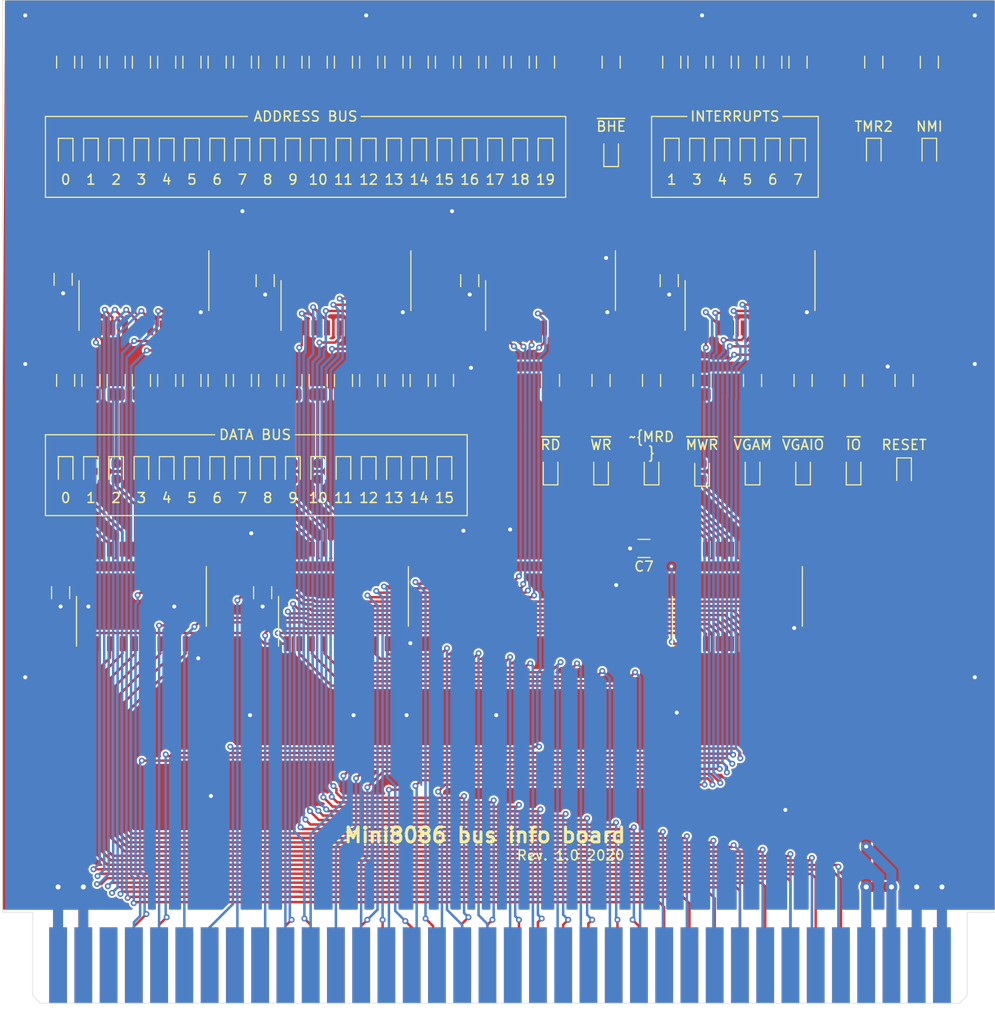
<source format=kicad_pcb>
(kicad_pcb (version 20221018) (generator pcbnew)
  (layers (0 "F.Cu" signal) (31 "B.Cu" signal) (34 "B.Paste" user) (35 "F.Paste" user) (36 "B.SilkS" user "B.Silkscreen") (37 "F.SilkS" user "F.Silkscreen") (38 "B.Mask" user) (39 "F.Mask" user) (44 "Edge.Cuts" user))
  (net 0 "")
  (net 1 "GND")
  (net 2 "VCC")
  (net 3 "Net-(D1-A)")
  (net 4 "Net-(D1-K)")
  (net 5 "Net-(D2-A)")
  (net 6 "Net-(D2-K)")
  (net 7 "Net-(D3-A)")
  (net 8 "Net-(D3-K)")
  (net 9 "Net-(D4-A)")
  (net 10 "Net-(D4-K)")
  (net 11 "Net-(D5-A)")
  (net 12 "Net-(D5-K)")
  (net 13 "Net-(D6-A)")
  (net 14 "Net-(D6-K)")
  (net 15 "Net-(D7-A)")
  (net 16 "Net-(D7-K)")
  (net 17 "Net-(D8-A)")
  (net 18 "Net-(D8-K)")
  (net 19 "Net-(D9-A)")
  (net 20 "Net-(D9-K)")
  (net 21 "Net-(D10-A)")
  (net 22 "Net-(D10-K)")
  (net 23 "Net-(D11-A)")
  (net 24 "Net-(D11-K)")
  (net 25 "Net-(D12-A)")
  (net 26 "Net-(D12-K)")
  (net 27 "Net-(D13-A)")
  (net 28 "Net-(D13-K)")
  (net 29 "Net-(D14-A)")
  (net 30 "Net-(D14-K)")
  (net 31 "Net-(D15-A)")
  (net 32 "Net-(D15-K)")
  (net 33 "Net-(D16-A)")
  (net 34 "Net-(D16-K)")
  (net 35 "Net-(D17-A)")
  (net 36 "Net-(D17-K)")
  (net 37 "Net-(D18-A)")
  (net 38 "Net-(D18-K)")
  (net 39 "Net-(D19-A)")
  (net 40 "Net-(D19-K)")
  (net 41 "Net-(D20-A)")
  (net 42 "Net-(D20-K)")
  (net 43 "Net-(D21-A)")
  (net 44 "Net-(D21-K)")
  (net 45 "Net-(D22-A)")
  (net 46 "Net-(D22-K)")
  (net 47 "Net-(D23-A)")
  (net 48 "Net-(D23-K)")
  (net 49 "Net-(D24-A)")
  (net 50 "Net-(D24-K)")
  (net 51 "Net-(D25-A)")
  (net 52 "Net-(D25-K)")
  (net 53 "Net-(D26-A)")
  (net 54 "Net-(D26-K)")
  (net 55 "Net-(D27-A)")
  (net 56 "Net-(D27-K)")
  (net 57 "Net-(D28-A)")
  (net 58 "Net-(D28-K)")
  (net 59 "Net-(D29-A)")
  (net 60 "Net-(D29-K)")
  (net 61 "Net-(D30-A)")
  (net 62 "Net-(D30-K)")
  (net 63 "Net-(D31-A)")
  (net 64 "Net-(D31-K)")
  (net 65 "Net-(D32-A)")
  (net 66 "Net-(D32-K)")
  (net 67 "Net-(D33-A)")
  (net 68 "Net-(D33-K)")
  (net 69 "Net-(D34-A)")
  (net 70 "Net-(D34-K)")
  (net 71 "Net-(D35-A)")
  (net 72 "Net-(D35-K)")
  (net 73 "Net-(D36-A)")
  (net 74 "Net-(D36-K)")
  (net 75 "Net-(D37-A)")
  (net 76 "Net-(D37-K)")
  (net 77 "Net-(D38-A)")
  (net 78 "Net-(D38-K)")
  (net 79 "Net-(D39-A)")
  (net 80 "Net-(D39-K)")
  (net 81 "Net-(D40-A)")
  (net 82 "Net-(D40-K)")
  (net 83 "Net-(D41-A)")
  (net 84 "Net-(D41-K)")
  (net 85 "Net-(D42-A)")
  (net 86 "Net-(D42-K)")
  (net 87 "Net-(D43-A)")
  (net 88 "Net-(D43-K)")
  (net 89 "Net-(D44-A)")
  (net 90 "Net-(D44-K)")
  (net 91 "A7")
  (net 92 "A6")
  (net 93 "A5")
  (net 94 "A4")
  (net 95 "A3")
  (net 96 "A2")
  (net 97 "A1")
  (net 98 "A0")
  (net 99 "A15")
  (net 100 "A14")
  (net 101 "A13")
  (net 102 "A12")
  (net 103 "A11")
  (net 104 "A10")
  (net 105 "A9")
  (net 106 "A8")
  (net 107 "A19")
  (net 108 "A18")
  (net 109 "A17")
  (net 110 "A16")
  (net 111 "D7")
  (net 112 "D6")
  (net 113 "D5")
  (net 114 "D4")
  (net 115 "D3")
  (net 116 "D2")
  (net 117 "D1")
  (net 118 "D0")
  (net 119 "D15")
  (net 120 "D14")
  (net 121 "D13")
  (net 122 "D12")
  (net 123 "D11")
  (net 124 "D10")
  (net 125 "D9")
  (net 126 "D8")
  (net 127 "Net-(D45-A)")
  (net 128 "RESET")
  (net 129 "~{MEMWR}")
  (net 130 "Net-(D45-K)")
  (net 131 "TMR2")
  (net 132 "NMI")
  (net 133 "~{VGA_MEM}")
  (net 134 "~{VGA_IO}")
  (net 135 "Net-(D46-A)")
  (net 136 "~{MEMRD}")
  (net 137 "~{BHE}")
  (net 138 "M_~{IO}")
  (net 139 "~{WR}")
  (net 140 "~{RD}")
  (net 141 "IRQ7")
  (net 142 "IRQ6")
  (net 143 "IRQ5")
  (net 144 "IRQ4")
  (net 145 "IRQ3")
  (net 146 "IRQ1")
  (net 147 "Net-(D46-K)")
  (net 148 "Net-(D47-A)")
  (net 149 "Net-(D47-K)")
  (net 150 "Net-(D48-A)")
  (net 151 "Net-(D48-K)")
  (net 152 "Net-(D49-A)")
  (net 153 "Net-(D49-K)")
  (net 154 "Net-(D50-A)")
  (net 155 "Net-(D50-K)")
  (net 156 "Net-(D51-A)")
  (net 157 "Net-(D51-K)")
  (net 158 "Net-(D52-A)")
  (net 159 "Net-(D52-K)")
  (net 160 "Net-(D53-A)")
  (net 161 "Net-(D53-K)")
  (footprint "LED_SMD:LED_0603_1608Metric" (layer "F.Cu") (at 66.548 139.83 -90)
    (fp_text reference "D40" hide)
    (fp_text value "D8")
  )
  (footprint "Resistor_SMD:R_1206_3216Metric" (layer "F.Cu") (at 81.788 130.686 90)
    (fp_text reference "R28" hide)
    (fp_text value "300")
  )
  (footprint "Resistor_SMD:R_1206_3216Metric" (layer "F.Cu") (at 61.468 130.683 90)
    (fp_text reference "R27" hide)
    (fp_text value "300")
  )
  (footprint "Capacitor_SMD:C_1206_3216Metric" (layer "F.Cu") (at 45.974 120.52 -90)
    (fp_text reference "C1" hide)
    (fp_text value "100n")
  )
  (footprint "Capacitor_SMD:C_1206_3216Metric" (layer "F.Cu") (at 45.72 152.019 -90)
    (fp_text reference "C2" hide)
    (fp_text value "100n")
  )
  (footprint "Capacitor_SMD:C_1206_3216Metric" (layer "F.Cu") (at 66.04 152.019 -90)
    (fp_text reference "C3" hide)
    (fp_text value "100n")
  )
  (footprint "Capacitor_SMD:C_1206_3216Metric" (layer "F.Cu") (at 66.294 120.65 -90)
    (fp_text reference "C4" hide)
    (fp_text value "100n")
  )
  (footprint "LED_SMD:LED_0603_1608Metric" (layer "F.Cu") (at 64.008 107.82 -90)
    (fp_text reference "D1" hide)
    (fp_text value "A7")
  )
  (footprint "LED_SMD:LED_0603_1608Metric" (layer "F.Cu") (at 84.328 107.826 -90)
    (fp_text reference "D2" hide)
    (fp_text value "A15")
  )
  (footprint "LED_SMD:LED_0603_1608Metric" (layer "F.Cu") (at 61.468 107.82 -90)
    (fp_text reference "D4" hide)
    (fp_text value "A6")
  )
  (footprint "LED_SMD:LED_0603_1608Metric" (layer "F.Cu") (at 81.788 107.82 -90)
    (fp_text reference "D5" hide)
    (fp_text value "A14")
  )
  (footprint "LED_SMD:LED_0603_1608Metric" (layer "F.Cu") (at 58.928 107.82 -90)
    (fp_text reference "D7" hide)
    (fp_text value "A5")
  )
  (footprint "LED_SMD:LED_0603_1608Metric" (layer "F.Cu") (at 79.248 107.82 -90)
    (fp_text reference "D8" hide)
    (fp_text value "A13")
  )
  (footprint "LED_SMD:LED_0603_1608Metric" (layer "F.Cu") (at 56.388 107.82 -90)
    (fp_text reference "D10" hide)
    (fp_text value "A4")
  )
  (footprint "LED_SMD:LED_0603_1608Metric" (layer "F.Cu") (at 53.848 107.82 -90)
    (fp_text reference "D13" hide)
    (fp_text value "A3")
  )
  (footprint "LED_SMD:LED_0603_1608Metric" (layer "F.Cu") (at 94.488 107.82 -90)
    (fp_text reference "D15" hide)
    (fp_text value "A19")
  )
  (footprint "LED_SMD:LED_0603_1608Metric" (layer "F.Cu") (at 71.628 107.826 -90)
    (fp_text reference "D17" hide)
    (fp_text value "A10")
  )
  (footprint "LED_SMD:LED_0603_1608Metric" (layer "F.Cu") (at 91.948 107.82 -90)
    (fp_text reference "D18" hide)
    (fp_text value "A18")
  )
  (footprint "LED_SMD:LED_0603_1608Metric" (layer "F.Cu") (at 46.228 107.826 -90)
    (fp_text reference "D22" hide)
    (fp_text value "A0")
  )
  (footprint "LED_SMD:LED_0603_1608Metric" (layer "F.Cu") (at 86.868 107.82 -90)
    (fp_text reference "D24" hide)
    (fp_text value "A16")
  )
  (footprint "LED_SMD:LED_0603_1608Metric" (layer "F.Cu") (at 64.008 139.824 -90)
    (fp_text reference "D25" hide)
    (fp_text value "D7")
  )
  (footprint "LED_SMD:LED_0603_1608Metric" (layer "F.Cu") (at 84.328 139.83 -90)
    (fp_text reference "D26" hide)
    (fp_text value "D15")
  )
  (footprint "LED_SMD:LED_0603_1608Metric" (layer "F.Cu") (at 61.468 139.83 -90)
    (fp_text reference "D27" hide)
    (fp_text value "D6")
  )
  (footprint "LED_SMD:LED_0603_1608Metric" (layer "F.Cu") (at 58.928 139.83 -90)
    (fp_text reference "D29" hide)
    (fp_text value "D5")
  )
  (footprint "LED_SMD:LED_0603_1608Metric" (layer "F.Cu") (at 79.248 139.83 -90)
    (fp_text reference "D30" hide)
    (fp_text value "D13")
  )
  (footprint "LED_SMD:LED_0603_1608Metric" (layer "F.Cu") (at 56.388 139.83 -90)
    (fp_text reference "D31" hide)
    (fp_text value "D4")
  )
  (footprint "LED_SMD:LED_0603_1608Metric" (layer "F.Cu") (at 76.708 139.83 -90)
    (fp_text reference "D32" hide)
    (fp_text value "D12")
  )
  (footprint "LED_SMD:LED_0603_1608Metric" (layer "F.Cu") (at 53.848 139.824 -90)
    (fp_text reference "D33" hide)
    (fp_text value "D3")
  )
  (footprint "LED_SMD:LED_0603_1608Metric" (layer "F.Cu") (at 74.168 139.824 -90)
    (fp_text reference "D34" hide)
    (fp_text value "D11")
  )
  (footprint "LED_SMD:LED_0603_1608Metric" (layer "F.Cu") (at 51.308 139.83 -90)
    (fp_text reference "D35" hide)
    (fp_text value "D2")
  )
  (footprint "LED_SMD:LED_0603_1608Metric" (layer "F.Cu") (at 71.628 139.824 -90)
    (fp_text reference "D36" hide)
    (fp_text value "D10")
  )
  (footprint "LED_SMD:LED_0603_1608Metric" (layer "F.Cu") (at 48.768 139.83 -90)
    (fp_text reference "D37" hide)
    (fp_text value "D1")
  )
  (footprint "LED_SMD:LED_0603_1608Metric" (layer "F.Cu") (at 69.088 139.824 -90)
    (fp_text reference "D38" hide)
    (fp_text value "D9")
  )
  (footprint "LED_SMD:LED_0603_1608Metric" (layer "F.Cu") (at 46.228 139.824 -90)
    (fp_text reference "D39" hide)
    (fp_text value "D0")
  )
  (footprint "Resistor_SMD:R_1206_3216Metric" (layer "F.Cu") (at 64.008 98.676 90)
    (fp_text reference "R1" hide)
    (fp_text value "300")
  )
  (footprint "Resistor_SMD:R_1206_3216Metric" (layer "F.Cu") (at 84.328 98.682 90)
    (fp_text reference "R2" hide)
    (fp_text value "300")
  )
  (footprint "Resistor_SMD:R_1206_3216Metric" (layer "F.Cu") (at 61.468 98.682 90)
    (fp_text reference "R4" hide)
    (fp_text value "300")
  )
  (footprint "Resistor_SMD:R_1206_3216Metric" (layer "F.Cu") (at 81.788 98.682 90)
    (fp_text reference "R5" hide)
    (fp_text value "300")
  )
  (footprint "Resistor_SMD:R_1206_3216Metric" (layer "F.Cu") (at 58.928 98.682 90)
    (fp_text reference "R7" hide)
    (fp_text value "300")
  )
  (footprint "Resistor_SMD:R_1206_3216Metric" (layer "F.Cu") (at 79.248 98.682 90)
    (fp_text reference "R8" hide)
    (fp_text value "300")
  )
  (footprint "Resistor_SMD:R_1206_3216Metric" (layer "F.Cu") (at 56.388 98.682 90)
    (fp_text reference "R10" hide)
    (fp_text value "300")
  )
  (footprint "Resistor_SMD:R_1206_3216Metric" (layer "F.Cu") (at 76.708 98.682 90)
    (fp_text reference "R11" hide)
    (fp_text value "300")
  )
  (footprint "Resistor_SMD:R_1206_3216Metric" (layer "F.Cu") (at 53.848 98.682 90)
    (fp_text reference "R13" hide)
    (fp_text value "300")
  )
  (footprint "Resistor_SMD:R_1206_3216Metric" (layer "F.Cu") (at 94.488 98.682 90)
    (fp_text reference "R15" hide)
    (fp_text value "300")
  )
  (footprint "Resistor_SMD:R_1206_3216Metric" (layer "F.Cu") (at 51.308 98.682 90)
    (fp_text reference "R16" hide)
    (fp_text value "300")
  )
  (footprint "Resistor_SMD:R_1206_3216Metric" (layer "F.Cu") (at 48.768 98.676 90)
    (fp_text reference "R19" hide)
    (fp_text value "300")
  )
  (footprint "Resistor_SMD:R_1206_3216Metric" (layer "F.Cu") (at 69.088 98.682 90)
    (fp_text reference "R20" hide)
    (fp_text value "300")
  )
  (footprint "Resistor_SMD:R_1206_3216Metric" (layer "F.Cu") (at 46.228 98.682 90)
    (fp_text reference "R22" hide)
    (fp_text value "300")
  )
  (footprint "Resistor_SMD:R_1206_3216Metric" (layer "F.Cu") (at 66.548 98.682 90)
    (fp_text reference "R23" hide)
    (fp_text value "300")
  )
  (footprint "Resistor_SMD:R_1206_3216Metric" (layer "F.Cu") (at 86.868 98.682 90)
    (fp_text reference "R24" hide)
    (fp_text value "300")
  )
  (footprint "Resistor_SMD:R_1206_3216Metric" (layer "F.Cu") (at 64.008 130.683 90)
    (fp_text reference "R25" hide)
    (fp_text value "300")
  )
  (footprint "Resistor_SMD:R_1206_3216Metric" (layer "F.Cu") (at 84.328 130.68 90)
    (fp_text reference "R26" hide)
    (fp_text value "300")
  )
  (footprint "Resistor_SMD:R_1206_3216Metric" (layer "F.Cu") (at 58.928 130.686 90)
    (fp_text reference "R29" hide)
    (fp_text value "300")
  )
  (footprint "Resistor_SMD:R_1206_3216Metric" (layer "F.Cu") (at 79.248 130.686 90)
    (fp_text reference "R30" hide)
    (fp_text value "300")
  )
  (footprint "Resistor_SMD:R_1206_3216Metric" (layer "F.Cu") (at 56.388 130.686 90)
    (fp_text reference "R31" hide)
    (fp_text value "300")
  )
  (footprint "Resistor_SMD:R_1206_3216Metric" (layer "F.Cu") (at 76.708 130.686 90)
    (fp_text reference "R32" hide)
    (fp_text value "300")
  )
  (footprint "Resistor_SMD:R_1206_3216Metric" (layer "F.Cu") (at 53.848 130.686 90)
    (fp_text reference "R33" hide)
    (fp_text value "300")
  )
  (footprint "Resistor_SMD:R_1206_3216Metric" (layer "F.Cu") (at 74.168 130.686 90)
    (fp_text reference "R34" hide)
    (fp_text value "300")
  )
  (footprint "Resistor_SMD:R_1206_3216Metric" (layer "F.Cu") (at 51.308 130.686 90)
    (fp_text reference "R35" hide)
    (fp_text value "300")
  )
  (footprint "Resistor_SMD:R_1206_3216Metric" (layer "F.Cu") (at 71.628 130.686 90)
    (fp_text reference "R36" hide)
    (fp_text value "300")
  )
  (footprint "Resistor_SMD:R_1206_3216Metric" (layer "F.Cu") (at 48.768 130.686 90)
    (fp_text reference "R37" hide)
    (fp_text value "300")
  )
  (footprint "Resistor_SMD:R_1206_3216Metric" (layer "F.Cu") (at 69.088 130.686 90)
    (fp_text reference "R38" hide)
    (fp_text value "300")
  )
  (footprint "Resistor_SMD:R_1206_3216Metric" (layer "F.Cu") (at 46.228 130.68 90)
    (fp_text reference "R39" hide)
    (fp_text value "300")
  )
  (footprint "Resistor_SMD:R_1206_3216Metric" (layer "F.Cu") (at 66.548 130.686 90)
    (fp_text reference "R40" hide)
    (fp_text value "300")
  )
  (footprint "Package_SO:SO-20_12.8x7.5mm_P1.27mm" (layer "F.Cu") (at 54.102 120.65 90)
    (fp_text reference "U1" hide)
    (fp_text value "74HC245")
  )
  (footprint "Package_SO:SO-20_12.8x7.5mm_P1.27mm" (layer "F.Cu") (at 74.422 120.65 90)
    (fp_text reference "U2" hide)
    (fp_text value "74HC245")
  )
  (footprint "Package_SO:SO-20_12.8x7.5mm_P1.27mm" (layer "F.Cu") (at 53.848 152.4 90)
    (fp_text reference "U4" hide)
    (fp_text value "74HC245")
  )
  (footprint "Mini8086:BUS_72" (layer "F.Cu") (at 134.366 189.484)
    (fp_text reference "X1" hide)
    (fp_text value "Edge72")
  )
  (footprint "Package_SO:SO-20_12.8x7.5mm_P1.27mm" (layer "F.Cu") (at 115.062 120.65 90)
    (fp_text reference "U6" hide)
    (fp_text value "74HC245")
  )
  (footprint "Capacitor_SMD:C_1206_3216Metric" (layer "F.Cu") (at 86.868 120.65 -90)
    (fp_text reference "C5" hide)
    (fp_text value "100n")
  )
  (footprint "Capacitor_SMD:C_1206_3216Metric" (layer "F.Cu") (at 106.934 120.65 -90)
    (fp_text reference "C6" hide)
    (fp_text value "100n")
  )
  (footprint "LED_SMD:LED_0603_1608Metric" (layer "F.Cu") (at 130.556 139.954 -90)
    (fp_text reference "D3" hide)
    (fp_text value "RESET")
  )
  (footprint "LED_SMD:LED_0603_1608Metric" (layer "F.Cu") (at 125.476 139.7 90)
    (fp_text reference "D6" hide)
    (fp_text value "~IO")
  )
  (footprint "Resistor_SMD:R_1206_3216Metric" (layer "F.Cu") (at 125.476 130.686 90)
    (fp_text reference "R6" hide)
    (fp_text value "300")
  )
  (footprint "Resistor_SMD:R_1206_3216Metric" (layer "F.Cu") (at 120.396 130.686 90)
    (fp_text reference "R9" hide)
    (fp_text value "300")
  )
  (footprint "Resistor_SMD:R_1206_3216Metric" (layer "F.Cu") (at 115.316 130.686 90)
    (fp_text reference "R12" hide)
    (fp_text value "300")
  )
  (footprint "Resistor_SMD:R_1206_3216Metric" (layer "F.Cu") (at 105.156 130.686 90)
    (fp_text reference "R50" hide)
    (fp_text value "300")
  )
  (footprint "Resistor_SMD:R_1206_3216Metric" (layer "F.Cu") (at 100.076 130.686 90)
    (fp_text reference "R51" hide)
    (fp_text value "300")
  )
  (footprint "Package_SO:SO-20_12.8x7.5mm_P1.27mm" (layer "F.Cu") (at 113.792 152.4 90)
    (fp_text reference "U7" hide)
    (fp_text value "74HC245")
  )
  (footprint "LED_SMD:LED_0603_1608Metric" (layer "F.Cu") (at 81.788 139.83 -90)
    (fp_text reference "D28" hide)
    (fp_text value "D14")
  )
  (footprint "Capacitor_SMD:C_1206_3216Metric" (layer "F.Cu") (at 104.394 147.574 180)
    (fp_text reference "C7")
    (fp_text value "100n")
  )
  (footprint "LED_SMD:LED_0603_1608Metric" (layer "F.Cu") (at 94.996 139.7 90)
    (fp_text reference "D52" hide)
    (fp_text value "~RD")
  )
  (footprint "LED_SMD:LED_0603_1608Metric" (layer "F.Cu") (at 115.316 139.7 90)
    (fp_text reference "D12" hide)
    (fp_text value "~VGA_MEM")
  )
  (footprint "LED_SMD:LED_0603_1608Metric" (layer "F.Cu") (at 120.396 139.7 90)
    (fp_text reference "D9" hide)
    (fp_text value "~VGA_IO")
  )
  (footprint "LED_SMD:LED_0603_1608Metric" (layer "F.Cu") (at 105.156 139.7 90)
    (fp_text reference "D50" hide)
    (fp_text value "~MEMWR")
  )
  (footprint "LED_SMD:LED_0603_1608Metric" (layer "F.Cu") (at 110.236 139.824 90)
    (fp_text reference "D49" hide)
    (fp_text value "~MEMRD")
  )
  (footprint "Resistor_SMD:R_1206_3216Metric" (layer "F.Cu") (at 110.236 130.686 90)
    (fp_text reference "R49" hide)
    (fp_text value "300")
  )
  (footprint "LED_SMD:LED_0603_1608Metric" (layer "F.Cu") (at 100.076 139.7 90)
    (fp_text reference "D51" hide)
    (fp_text value "~WR")
  )
  (footprint "Resistor_SMD:R_1206_3216Metric" (layer "F.Cu") (at 130.556 130.686 90)
    (fp_text reference "R3" hide)
    (fp_text value "300")
  )
  (footprint "Resistor_SMD:R_1206_3216Metric" (layer "F.Cu") (at 94.996 130.68 90)
    (fp_text reference "R52" hide)
    (fp_text value "300")
  )
  (footprint "LED_SMD:LED_0603_1608Metric" (layer "F.Cu") (at 66.548 107.82 -90)
    (fp_text reference "D23" hide)
    (fp_text value "A8")
  )
  (footprint "Package_SO:SO-20_12.8x7.5mm_P1.27mm" (layer "F.Cu") (at 74.168 152.4 90)
    (fp_text reference "U5" hide)
    (fp_text value "74HC245")
  )
  (footprint "LED_SMD:LED_0603_1608Metric" (layer "F.Cu") (at 69.088 107.826 -90)
    (fp_text reference "D20" hide)
    (fp_text value "A9")
  )
  (footprint "LED_SMD:LED_0603_1608Metric" (layer "F.Cu") (at 74.168 107.82 -90)
    (fp_text reference "D14" hide)
    (fp_text value "A11")
  )
  (footprint "LED_SMD:LED_0603_1608Metric" (layer "F.Cu") (at 76.708 107.826 -90)
    (fp_text reference "D11" hide)
    (fp_text value "A12")
  )
  (footprint "LED_SMD:LED_0603_1608Metric" (layer "F.Cu") (at 51.308 107.82 -90)
    (fp_text reference "D16" hide)
    (fp_text value "A2")
  )
  (footprint "Package_SO:SO-20_12.8x7.5mm_P1.27mm" (layer "F.Cu") (at 94.996 120.65 90)
    (fp_text reference "U3" hide)
    (fp_text value "74HC245")
  )
  (footprint "LED_SMD:LED_0603_1608Metric" (layer "F.Cu") (at 89.408 107.82 -90)
    (fp_text reference "D21" hide)
    (fp_text value "A17")
  )
  (footprint "Resistor_SMD:R_1206_3216Metric" (layer "F.Cu") (at 89.408 98.682 90)
    (fp_text reference "R21" hide)
    (fp_text value "300")
  )
  (footprint "Resistor_SMD:R_1206_3216Metric" (layer "F.Cu") (at 74.168 98.682 90)
    (fp_text reference "R14" hide)
    (fp_text value "300")
  )
  (footprint "Resistor_SMD:R_1206_3216Metric" (layer "F.Cu") (at 91.948 98.682 90)
    (fp_text reference "R18" hide)
    (fp_text value "300")
  )
  (footprint "Resistor_SMD:R_1206_3216Metric" (layer "F.Cu") (at 71.628 98.682 90)
    (fp_text reference "R17" hide)
    (fp_text value "300")
  )
  (footprint "Resistor_SMD:R_1206_3216Metric" (layer "F.Cu") (at 119.888 98.682 90)
    (fp_text reference "R43" hide)
    (fp_text value "300")
  )
  (footprint "Resistor_SMD:R_1206_3216Metric" (layer "F.Cu") (at 112.268 98.676 90)
    (fp_text reference "R46" hide)
    (fp_text value "300")
  )
  (footprint "Resistor_SMD:R_1206_3216Metric" (layer "F.Cu") (at 133.096 98.682 90)
    (fp_text reference "R41" hide)
    (fp_text value "300")
  )
  (footprint "Resistor_SMD:R_1206_3216Metric" (layer "F.Cu") (at 109.728 98.682 90)
    (fp_text reference "R47" hide)
    (fp_text value "300")
  )
  (footprint "Resistor_SMD:R_1206_3216Metric" (layer "F.Cu") (at 107.188 98.682 90)
    (fp_text reference "R48" hide)
    (fp_text value "300")
  )
  (footprint "Resistor_SMD:R_1206_3216Metric" (layer "F.Cu") (at 127.508 98.682 90)
    (fp_text reference "R42" hide)
    (fp_text value "300")
  )
  (footprint "Resistor_SMD:R_1206_3216Metric" (layer "F.Cu") (at 114.808 98.682 90)
    (fp_text reference "R45" hide)
    (fp_text value "300")
  )
  (footprint "Resistor_SMD:R_1206_3216Metric" (layer "F.Cu") (at 117.348 98.682 90)
    (fp_text reference "R44" hide)
    (fp_text value "300")
  )
  (footprint "LED_SMD:LED_0603_1608Metric" (layer "F.Cu") (at 117.348 107.826 -90)
    (fp_text reference "D44" hide)
    (fp_text value "IRQ6")
  )
  (footprint "LED_SMD:LED_0603_1608Metric" (layer "F.Cu") (at 107.188 107.82 -90)
    (fp_text reference "D48" hide)
    (fp_text value "IRQ1")
  )
  (footprint "LED_SMD:LED_0603_1608Metric" (layer "F.Cu") (at 119.888 107.826 -90)
    (fp_text reference "D43" hide)
    (fp_text value "IRQ7")
  )
  (footprint "LED_SMD:LED_0603_1608Metric" (layer "F.Cu") (at 114.808 107.82 -90)
    (fp_text reference "D45" hide)
    (fp_text value "IRQ5")
  )
  (footprint "LED_SMD:LED_0603_1608Metric" (layer "F.Cu") (at 112.268 107.82 -90)
    (fp_text reference "D46" hide)
    (fp_text value "IRQ4")
  )
  (footprint "LED_SMD:LED_0603_1608Metric" (layer "F.Cu") (at 133.096 107.826 -90)
    (fp_text reference "D41" hide)
    (fp_text value "NMI")
  )
  (footprint "LED_SMD:LED_0603_1608Metric" (layer "F.Cu") (at 127.508 107.82 -90)
    (fp_text reference "D42" hide)
    (fp_text value "TMR2")
  )
  (footprint "LED_SMD:LED_0603_1608Metric" (layer "F.Cu") (at 109.728 107.826 -90)
    (fp_text reference "D47" hide)
    (fp_text value "IRQ3")
  )
  (footprint "LED_SMD:LED_0603_1608Metric" (layer "F.Cu") (at 48.768 107.82 -90)
    (fp_text reference "D19" hide)
    (fp_text value "A1")
  )
  (footprint "LED_SMD:LED_0603_1608Metric" (layer "F.Cu") (at 101.092 107.696 90)
    (fp_text reference "D53" hide)
    (fp_text value "~BHE")
  )
  (footprint "Resistor_SMD:R_1206_3216Metric" (layer "F.Cu") (at 101.092 98.682 90)
    (fp_text reference "R53" hide)
    (fp_text value "300")
  )
  (gr_line (start 69.342 136.144) (end 86.614 136.144) (stroke (width 0.12)) (layer "F.SilkS"))
  (gr_line (start 86.614 136.398) (end 86.614 136.144) (stroke (width 0.12)) (layer "F.SilkS"))
  (gr_line (start 44.196 136.398) (end 44.196 136.144) (stroke (width 0.12)) (layer "F.SilkS"))
  (gr_line (start 44.196 112.268) (end 96.52 112.268) (stroke (width 0.12)) (layer "F.SilkS"))
  (gr_line (start 44.196 104.14) (end 64.516 104.14) (stroke (width 0.12)) (layer "F.SilkS"))
  (gr_line (start 96.52 112.268) (end 96.52 104.14) (stroke (width 0.12)) (layer "F.SilkS"))
  (gr_line (start 121.92 112.268) (end 121.92 104.14) (stroke (width 0.12)) (layer "F.SilkS"))
  (gr_line (start 105.156 104.14) (end 108.712 104.14) (stroke (width 0.12)) (layer "F.SilkS"))
  (gr_line (start 61.214 136.144) (end 44.196 136.144) (stroke (width 0.12)) (layer "F.SilkS"))
  (gr_line (start 44.196 144.272) (end 86.614 144.272) (stroke (width 0.12)) (layer "F.SilkS"))
  (gr_line (start 105.156 112.268) (end 121.92 112.268) (stroke (width 0.12)) (layer "F.SilkS"))
  (gr_line (start 121.92 104.14) (end 118.364 104.14) (stroke (width 0.12)) (layer "F.SilkS"))
  (gr_line (start 86.614 144.272) (end 86.614 136.398) (stroke (width 0.12)) (layer "F.SilkS"))
  (gr_line (start 44.196 136.398) (end 44.196 144.272) (stroke (width 0.12)) (layer "F.SilkS"))
  (gr_line (start 105.156 112.268) (end 105.156 104.14) (stroke (width 0.12)) (layer "F.SilkS"))
  (gr_line (start 96.52 104.14) (end 75.946 104.14) (stroke (width 0.12)) (layer "F.SilkS"))
  (gr_line (start 44.196 112.268) (end 44.196 104.14) (stroke (width 0.12)) (layer "F.SilkS"))
  (gr_line (start 139.7 92.456) (end 39.878 92.456) (stroke (width 0.05)) (layer "Edge.Cuts"))
  (gr_line (start 136.906 192.532) (end 136.906 184.15) (stroke (width 0.05)) (layer "Edge.Cuts"))
  (gr_line (start 136.144 193.294) (end 43.688 193.294) (stroke (width 0.05)) (layer "Edge.Cuts"))
  (gr_line (start 42.926 192.532) (end 42.926 184.15) (stroke (width 0.05)) (layer "Edge.Cuts"))
  (gr_line (start 42.926 192.532) (end 43.688 193.294) (stroke (width 0.05)) (layer "Edge.Cuts"))
  (gr_line (start 42.926 184.15) (end 39.878 184.15) (stroke (width 0.05)) (layer "Edge.Cuts"))
  (gr_line (start 136.144 193.294) (end 136.906 192.532) (stroke (width 0.05)) (layer "Edge.Cuts"))
  (gr_line (start 39.878 184.15) (end 39.878 92.456) (stroke (width 0.05)) (layer "Edge.Cuts"))
  (gr_line (start 136.906 184.15) (end 139.7 184.15) (stroke (width 0.05)) (layer "Edge.Cuts"))
  (gr_line (start 139.7 184.15) (end 139.7 92.456) (stroke (width 0.05)) (layer "Edge.Cuts"))
  (gr_text "15" (at 84.328 110.49) (layer "F.SilkS") (effects (font (size 1 1))))
  (gr_text "14" (at 81.788 142.494) (layer "F.SilkS") (effects (font (size 1 1))))
  (gr_text "~{MRD\n}" (at 105.156 137.16) (layer "F.SilkS") (effects (font (size 1 1))))
  (gr_text "0" (at 46.228 110.49) (layer "F.SilkS") (effects (font (size 1 1))))
  (gr_text "7" (at 119.888 110.49) (layer "F.SilkS") (effects (font (size 1 1))))
  (gr_text "1" (at 48.768 110.49) (layer "F.SilkS") (effects (font (size 1 1))))
  (gr_text "~{VGAM}" (at 115.316 137.16) (layer "F.SilkS") (effects (font (size 1 1))))
  (gr_text "NMI" (at 133.096 105.156) (layer "F.SilkS") (effects (font (size 1 1))))
  (gr_text "Rev. 1.0 2020" (at 97.028 178.435) (layer "F.SilkS") (effects (font (size 1 1))))
  (gr_text "12" (at 76.708 142.494) (layer "F.SilkS") (effects (font (size 1 1))))
  (gr_text "4" (at 56.388 142.494) (layer "F.SilkS") (effects (font (size 1 1))))
  (gr_text "6" (at 61.468 142.494) (layer "F.SilkS") (effects (font (size 1 1))))
  (gr_text "7" (at 64.008 142.494) (layer "F.SilkS") (effects (font (size 1 1))))
  (gr_text "8" (at 66.548 110.49) (layer "F.SilkS") (effects (font (size 1 1))))
  (gr_text "9" (at 69.088 110.49) (layer "F.SilkS") (effects (font (size 1 1))))
  (gr_text "~{MWR}" (at 110.236 137.16) (layer "F.SilkS") (effects (font (size 1 1))))
  (gr_text "11" (at 74.168 110.49) (layer "F.SilkS") (effects (font (size 1 1))))
  (gr_text "8" (at 66.548 142.494) (layer "F.SilkS") (effects (font (size 1 1))))
  (gr_text "11" (at 74.168 142.494) (layer "F.SilkS") (effects (font (size 1 1))))
  (gr_text "6" (at 117.348 110.49) (layer "F.SilkS") (effects (font (size 1 1))))
  (gr_text "13" (at 79.248 110.49) (layer "F.SilkS") (effects (font (size 1 1))))
  (gr_text "DATA BUS" (at 65.278 136.144) (layer "F.SilkS") (effects (font (size 1 1))))
  (gr_text "RESET" (at 130.556 137.16) (layer "F.SilkS") (effects (font (size 1 1))))
  (gr_text "4" (at 112.268 110.49) (layer "F.SilkS") (effects (font (size 1 1))))
  (gr_text "1" (at 107.188 110.49) (layer "F.SilkS") (effects (font (size 1 1))))
  (gr_text "~{RD}" (at 94.996 137.16) (layer "F.SilkS") (effects (font (size 1 1))))
  (gr_text "3" (at 53.848 142.494) (layer "F.SilkS") (effects (font (size 1 1))))
  (gr_text "7" (at 64.008 110.49) (layer "F.SilkS") (effects (font (size 1 1))))
  (gr_text "9" (at 69.088 142.494) (layer "F.SilkS") (effects (font (size 1 1))))
  (gr_text "19" (at 94.488 110.49) (layer "F.SilkS") (effects (font (size 1 1))))
  (gr_text "1" (at 48.768 142.494) (layer "F.SilkS") (effects (font (size 1 1))))
  (gr_text "16" (at 86.868 110.49) (layer "F.SilkS") (effects (font (size 1 1))))
  (gr_text "3" (at 109.728 110.49) (layer "F.SilkS") (effects (font (size 1 1))))
  (gr_text "18" (at 91.948 110.49) (layer "F.SilkS") (effects (font (size 1 1))))
  (gr_text "5" (at 114.808 110.49) (layer "F.SilkS") (effects (font (size 1 1))))
  (gr_text "12" (at 76.708 110.49) (layer "F.SilkS") (effects (font (size 1 1))))
  (gr_text "Mini8086 bus info board" (at 88.392 176.403) (layer "F.SilkS") (effects (font (size 1.5 1.5) (thickness 0.3))))
  (gr_text "6" (at 61.468 110.49) (layer "F.SilkS") (effects (font (size 1 1))))
  (gr_text "2" (at 51.308 142.494) (layer "F.SilkS") (effects (font (size 1 1))))
  (gr_text "~{WR}" (at 100.076 137.16) (layer "F.SilkS") (effects (font (size 1 1))))
  (gr_text "ADDRESS BUS" (at 70.358 104.14) (layer "F.SilkS") (effects (font (size 1 1))))
  (gr_text "5" (at 58.928 110.49) (layer "F.SilkS") (effects (font (size 1 1))))
  (gr_text "13" (at 79.248 142.494) (layer "F.SilkS") (effects (font (size 1 1))))
  (gr_text "~{IO}" (at 125.476 137.16) (layer "F.SilkS") (effects (font (size 1 1))))
  (gr_text "3" (at 53.848 110.49) (layer "F.SilkS") (effects (font (size 1 1))))
  (gr_text "15" (at 84.328 142.494) (layer "F.SilkS") (effects (font (size 1 1))))
  (gr_text "0" (at 46.228 142.494) (layer "F.SilkS") (effects (font (size 1 1))))
  (gr_text "17" (at 89.408 110.49) (layer "F.SilkS") (effects (font (size 1 1))))
  (gr_text "~{BHE}" (at 101.092 105.156) (layer "F.SilkS") (effects (font (size 1 1))))
  (gr_text "TMR2" (at 127.508 105.156) (layer "F.SilkS") (effects (font (size 1 1))))
  (gr_text "~{VGAIO}" (at 120.396 137.16) (layer "F.SilkS") (effects (font (size 1 1))))
  (gr_text "10" (at 71.628 110.49) (layer "F.SilkS") (effects (font (size 1 1))))
  (gr_text "4" (at 56.388 110.49) (layer "F.SilkS") (effects (font (size 1 1))))
  (gr_text "10" (at 71.628 142.494) (layer "F.SilkS") (effects (font (size 1 1))))
  (gr_text "2" (at 51.308 110.49) (layer "F.SilkS") (effects (font (size 1 1))))
  (gr_text "INTERRUPTS" (at 113.538 104.14) (layer "F.SilkS") (effects (font (size 1 1))))
  (gr_text "5" (at 58.928 142.494) (layer "F.SilkS") (effects (font (size 1 1))))
  (gr_text "14" (at 81.788 110.49) (layer "F.SilkS") (effects (font (size 1 1))))
  (segment (start 131.826 189.484) (end 131.826 181.61) (width 1) (layer "F.Cu") (net 1))
  (segment (start 48.006 189.484) (end 48.006 181.61) (width 1) (layer "F.Cu") (net 1))
  (segment (start 45.466 189.484) (end 45.466 181.61) (width 1) (layer "F.Cu") (net 1))
  (segment (start 134.366 189.484) (end 134.366 181.61) (width 1) (layer "F.Cu") (net 1))
  (via (at 42.164 93.98) (size 0.8) (drill 0.4) (layers "F.Cu" "B.Cu") (net 1))
  (via (at 110.236 93.98) (size 0.8) (drill 0.4) (layers "F.Cu" "B.Cu") (net 1))
  (via (at 48.514 153.416) (size 0.8) (drill 0.4) (layers "F.Cu" "B.Cu") (net 1))
  (via (at 118.618 173.863) (size 0.8) (drill 0.4) (layers "F.Cu" "B.Cu") (net 1))
  (via (at 90.932 145.669) (size 0.8) (drill 0.4) (layers "F.Cu" "B.Cu") (net 1))
  (via (at 80.899 157.099) (size 0.8) (drill 0.4) (layers "F.Cu" "B.Cu") (net 1))
  (via (at 66.04 153.416) (size 0.8) (drill 0.4) (layers "F.Cu" "B.Cu") (net 1))
  (via (at 60.833 172.466) (size 0.8) (drill 0.4) (layers "F.Cu" "B.Cu") (net 1))
  (via (at 119.507 155.575) (size 0.8) (drill 0.4) (layers "F.Cu" "B.Cu") (net 1))
  (via (at 57.15 153.416) (size 0.8) (drill 0.4) (layers "F.Cu" "B.Cu") (net 1))
  (via (at 137.668 160.528) (size 0.8) (drill 0.4) (layers "F.Cu" "B.Cu") (net 1))
  (via (at 89.535 164.338) (size 0.8) (drill 0.4) (layers "F.Cu" "B.Cu") (net 1))
  (via (at 85.09 113.665) (size 0.8) (drill 0.4) (layers "F.Cu" "B.Cu") (net 1))
  (via (at 45.72 153.416) (size 0.8) (drill 0.4) (layers "F.Cu" "B.Cu") (net 1))
  (via (at 80.518 164.338) (size 0.8) (drill 0.4) (layers "F.Cu" "B.Cu") (net 1))
  (via (at 86.995 129.413) (size 0.8) (drill 0.4) (layers "F.Cu" "B.Cu") (net 1))
  (via (at 80.137 123.825) (size 0.8) (drill 0.4) (layers "F.Cu" "B.Cu") (net 1))
  (via (at 48.006 181.61) (size 1.2) (drill 0.5) (layers "F.Cu" "B.Cu") (net 1))
  (via (at 131.826 181.61) (size 1.2) (drill 0.5) (layers "F.Cu" "B.Cu") (net 1))
  (via (at 137.668 129.032) (size 0.8) (drill 0.4) (layers "F.Cu" "B.Cu") (net 1))
  (via (at 64.897 146.05) (size 0.8) (drill 0.4) (layers "F.Cu" "B.Cu") (net 1))
  (via (at 64.77 164.338) (size 0.8) (drill 0.4) (layers "F.Cu" "B.Cu") (net 1))
  (via (at 59.563 158.623) (size 0.8) (drill 0.4) (layers "F.Cu" "B.Cu") (net 1))
  (via (at 59.817 123.825) (size 0.8) (drill 0.4) (layers "F.Cu" "B.Cu") (net 1))
  (via (at 128.905 129.286) (size 0.8) (drill 0.4) (layers "F.Cu" "B.Cu") (net 1))
  (via (at 42.164 129.032) (size 0.8) (drill 0.4) (layers "F.Cu" "B.Cu") (net 1))
  (via (at 120.777 123.825) (size 0.8) (drill 0.4) (layers "F.Cu" "B.Cu") (net 1))
  (via (at 64.008 113.665) (size 0.8) (drill 0.4) (layers "F.Cu" "B.Cu") (net 1))
  (via (at 137.668 93.98) (size 0.8) (drill 0.4) (layers "F.Cu" "B.Cu") (net 1))
  (via (at 134.366 181.61) (size 1.2) (drill 0.5) (layers "F.Cu" "B.Cu") (net 1))
  (via (at 102.997 147.574) (size 0.8) (drill 0.4) (layers "F.Cu" "B.Cu") (net 1))
  (via (at 66.294 122.047) (size 0.8) (drill 0.4) (layers "F.Cu" "B.Cu") (net 1))
  (via (at 42.164 160.528) (size 0.8) (drill 0.4) (layers "F.Cu" "B.Cu") (net 1))
  (via (at 107.696 164.084) (size 0.8) (drill 0.4) (layers "F.Cu" "B.Cu") (net 1))
  (via (at 100.584 118.364) (size 0.8) (drill 0.4) (layers "F.Cu" "B.Cu") (net 1))
  (via (at 76.454 93.98) (size 0.8) (drill 0.4) (layers "F.Cu" "B.Cu") (net 1))
  (via (at 45.974 121.92) (size 0.8) (drill 0.4) (layers "F.Cu" "B.Cu") (net 1))
  (via (at 75.184 164.338) (size 0.8) (drill 0.4) (layers "F.Cu" "B.Cu") (net 1))
  (via (at 86.868 122.047) (size 0.8) (drill 0.4) (layers "F.Cu" "B.Cu") (net 1))
  (via (at 86.233 145.796) (size 0.8) (drill 0.4) (layers "F.Cu" "B.Cu") (net 1))
  (via (at 45.466 181.61) (size 1.2) (drill 0.5) (layers "F.Cu" "B.Cu") (net 1))
  (via (at 106.934 122.047) (size 0.8) (drill 0.4) (layers "F.Cu" "B.Cu") (net 1))
  (via (at 101.6 151.257) (size 0.8) (drill 0.4) (layers "F.Cu" "B.Cu") (net 1))
  (via (at 100.711 123.825) (size 0.8) (drill 0.4) (layers "F.Cu" "B.Cu") (net 1))
  (segment (start 48.006 181.61) (end 48.006 189.484) (width 1) (layer "B.Cu") (net 1))
  (segment (start 45.466 181.991) (end 45.466 187.071) (width 1) (layer "B.Cu") (net 1))
  (segment (start 134.366 181.61) (end 134.366 189.484) (width 1) (layer "B.Cu") (net 1))
  (segment (start 131.826 181.61) (end 131.826 189.484) (width 1) (layer "B.Cu") (net 1))
  (segment (start 89.281 116.837) (end 86.868 119.25) (width 0.5) (layer "F.Cu") (net 2))
  (segment (start 104.14 98.552) (end 104.14 120.65) (width 0.25) (layer "F.Cu") (net 2))
  (segment (start 66.294 119.25) (end 66.294 120.396) (width 0.5) (layer "F.Cu") (net 2))
  (segment (start 108.712 129.286) (end 110.236 129.286) (width 1) (layer "F.Cu") (net 2))
  (segment (start 109.347 128.651) (end 108.712 129.286) (width 0.25) (layer "F.Cu") (net 2))
  (segment (start 100.076 129.286) (end 105.156 129.286) (width 1) (layer "F.Cu") (net 2))
  (segment (start 126.746 181.61) (end 126.746 189.484) (width 1) (layer "F.Cu") (net 2))
  (segment (start 89.433892 149.377892) (end 89.433892 129.057892) (width 1) (layer "F.Cu") (net 2))
  (segment (start 108.229892 149.377892) (end 107.162108 149.377892) (width 1) (layer "F.Cu") (net 2))
  (segment (start 84.686002 120.65) (end 68.834 120.65) (width 1) (layer "F.Cu") (net 2))
  (segment (start 65.142999 156.074999) (end 48.141001 156.074999) (width 0.25) (layer "F.Cu") (net 2))
  (segment (start 84.656999 122.861001) (end 84.656999 120.679003) (width 1) (layer "F.Cu") (net 2))
  (segment (start 68.605892 149.377892) (end 65.811892 149.377892) (width 1) (layer "F.Cu") (net 2))
  (segment (start 68.707 120.777) (end 68.834 120.65) (width 0.25) (layer "F.Cu") (net 2))
  (segment (start 86.868 119.25) (end 86.868 120.396) (width 0.5) (layer "F.Cu") (net 2))
  (segment (start 48.133 147.65) (end 48.133 149.276784) (width 0.5) (layer "F.Cu") (net 2))
  (segment (start 126.746 153.162) (end 122.961892 149.377892) (width 1) (layer "F.Cu") (net 2))
  (segment (start 89.433892 149.377892) (end 68.605892 149.377892) (width 1) (layer "F.Cu") (net 2))
  (segment (start 105.892108 149.377892) (end 89.433892 149.377892) (width 1) (layer "F.Cu") (net 2))
  (segment (start 107.366 157.15) (end 107.188 156.972) (width 0.25) (layer "F.Cu") (net 2))
  (segment (start 68.834 120.65) (end 66.548 120.65) (width 1) (layer "F.Cu") (net 2))
  (segment (start 68.707 125.4) (end 68.707 120.777) (width 0.25) (layer "F.Cu") (net 2))
  (segment (start 105.534 120.65) (end 106.934 119.25) (width 1) (layer "F.Cu") (net 2))
  (segment (start 68.453 157.15) (end 66.218 157.15) (width 0.25) (layer "F.Cu") (net 2))
  (segment (start 122.961892 149.377892) (end 108.229892 149.377892) (width 1) (layer "F.Cu") (net 2))
  (segment (start 115.316 129.286) (end 120.396 129.286) (width 1) (layer "F.Cu") (net 2))
  (segment (start 94.996 129.28) (end 89.656 129.28) (width 1) (layer "F.Cu") (net 2))
  (segment (start 109.347 125.4) (end 109.347 128.651) (width 0.25) (layer "F.Cu") (net 2))
  (segment (start 48.387 125.4) (end 48.387 120.777) (width 0.25) (layer "F.Cu") (net 2))
  (segment (start 89.433892 127.637894) (end 84.656999 122.861001) (width 1) (layer "F.Cu") (net 2))
  (segment (start 66.294 120.396) (end 66.548 120.65) (width 0.5) (layer "F.Cu") (net 2))
  (segment (start 105.156 129.286) (end 108.712 129.286) (width 1) (layer "F.Cu") (net 2))
  (segment (start 126.746 177.546) (end 126.746 153.162) (width 1) (layer "F.Cu") (net 2))
  (segment (start 68.453 149.225) (end 68.605892 149.377892) (width 0.5) (layer "F.Cu") (net 2))
  (segment (start 48.133 157.15) (end 48.133 156.083) (width 0.25) (layer "F.Cu") (net 2))
  (segment (start 102.87 97.282) (end 104.14 98.552) (width 0.25) (layer "F.Cu") (net 2))
  (segment (start 109.347 115.9) (end 109.347 116.837) (width 0.5) (layer "F.Cu") (net 2))
  (segment (start 66.548 120.65) (end 48.26 120.65) (width 1) (layer "F.Cu") (net 2))
  (segment (start 104.14 120.65) (end 105.534 120.65) (width 1) (layer "F.Cu") (net 2))
  (segment (start 100.07 129.28) (end 100.076 129.286) (width 0.5) (layer "F.Cu") (net 2))
  (segment (start 89.433892 129.057892) (end 89.433892 127.637894) (width 1) (layer "F.Cu") (net 2))
  (segment (start 101.092 97.282) (end 102.87 97.282) (width 0.25) (layer "F.Cu") (net 2))
  (segment (start 89.281 127.485002) (end 89.433892 127.637894) (width 0.25) (layer "F.Cu") (net 2))
  (segment (start 108.077 149.225) (end 108.229892 149.377892) (width 0.5) (layer "F.Cu") (net 2))
  (segment (start 48.133 156.083) (end 47.498 155.448) (width 0.25) (layer "F.Cu") (net 2))
  (segment (start 105.794 149.279784) (end 105.892108 149.377892) (width 0.5) (layer "F.Cu") (net 2))
  (segment (start 94.996 129.28) (end 100.07 129.28) (width 1) (layer "F.Cu") (net 2))
  (segment (start 48.26 120.65) (end 47.504 120.65) (width 1) (layer "F.Cu") (net 2))
  (segment (start 48.387 115.9) (end 48.387 116.707) (width 0.5) (layer "F.Cu") (net 2))
  (segment (start 86.868 120.396) (end 86.614 120.65) (width 0.5) (layer "F.Cu") (net 2))
  (segment (start 86.614 120.65) (end 104.14 120.65) (width 1) (layer "F.Cu") (net 2))
  (segment (start 48.387 116.707) (end 45.974 119.12) (width 0.5) (layer "F.Cu") (net 2))
  (segment (start 48.234108 149.377892) (end 46.961108 149.377892) (width 1) (layer "F.Cu") (net 2))
  (segment (start 107.162108 149.377892) (end 105.892108 149.377892) (width 1) (layer "F.Cu") (net 2))
  (segment (start 108.077 157.15) (end 107.366 157.15) (width 0.25) (layer "F.Cu") (net 2))
  (segment (start 47.498 155.448) (end 47.498 150.114) (width 0.25) (layer "F.Cu") (net 2))
  (segment (start 105.794 147.574) (end 105.794 149.279784) (width 0.5) (layer "F.Cu") (net 2))
  (segment (start 68.707 116.837) (end 66.294 119.25) (width 0.5) (layer "F.Cu") (net 2))
  (segment (start 47.498 150.114) (end 48.234108 149.377892) (width 0.25) (layer "F.Cu") (net 2))
  (segment (start 47.504 120.65) (end 45.974 119.12) (width 1) (layer "F.Cu") (net 2))
  (segment (start 48.141001 156.074999) (end 48.133 156.083) (width 0.25) (layer "F.Cu") (net 2))
  (segment (start 48.133 149.276784) (end 48.234108 149.377892) (width 0.5) (layer "F.Cu") (net 2))
  (segment (start 48.387 120.777) (end 48.26 120.65) (width 0.25) (layer "F.Cu") (net 2))
  (segment (start 68.707 115.9) (end 68.707 116.837) (width 0.5) (layer "F.Cu") (net 2))
  (segment (start 108.077 147.65) (end 108.077 149.225) (width 0.5) (layer "F.Cu") (net 2))
  (segment (start 84.686002 120.65) (end 86.614 120.65) (width 1) (layer "F.Cu") (net 2))
  (segment (start 89.281 115.9) (end 89.281 116.837) (width 0.5) (layer "F.Cu") (net 2))
  (segment (start 120.396 129.286) (end 125.476 129.286) (width 1) (layer "F.Cu") (net 2))
  (segment (start 129.286 181.61) (end 126.746 181.61) (width 1) (layer "F.Cu") (net 2))
  (segment (start 84.656999 120.679003) (end 84.686002 120.65) (width 1) (layer "F.Cu") (net 2))
  (segment (start 68.453 147.65) (end 68.453 149.225) (width 0.5) (layer "F.Cu") (net 2))
  (segment (start 89.656 129.28) (end 89.433892 129.057892) (width 0.5) (layer "F.Cu") (net 2))
  (segment (start 66.04 149.606) (end 65.811892 149.377892) (width 0.5) (layer "F.Cu") (net 2))
  (segment (start 46.961108 149.377892) (end 45.72 150.619) (width 1) (layer "F.Cu") (net 2))
  (segment (start 126.746 181.61) (end 126.746 177.546) (width 1) (layer "F.Cu") (net 2))
  (segment (start 66.218 157.15) (end 65.142999 156.074999) (width 0.25) (layer "F.Cu") (net 2))
  (segment (start 66.04 150.619) (end 66.04 149.606) (width 0.5) (layer "F.Cu") (net 2))
  (segment (start 89.281 125.4) (end 89.281 127.485002) (width 0.25) (layer "F.Cu") (net 2))
  (segment (start 110.236 129.286) (end 115.316 129.286) (width 1) (layer "F.Cu") (net 2))
  (segment (start 109.347 116.837) (end 106.934 119.25) (width 0.5) (layer "F.Cu") (net 2))
  (segment (start 65.811892 149.377892) (end 48.234108 149.377892) (width 1) (layer "F.Cu") (net 2))
  (segment (start 129.286 189.484) (end 129.286 181.61) (width 1) (layer "F.Cu") (net 2))
  (via (at 107.162108 149.377892) (size 0.6) (drill 0.3) (layers "F.Cu" "B.Cu") (net 2))
  (via (at 107.188 156.972) (size 0.6) (drill 0.3) (layers "F.Cu" "B.Cu") (net 2))
  (via (at 126.746 177.546) (size 0.8) (drill 0.4) (layers "F.Cu" "B.Cu") (net 2))
  (via (at 126.746 181.61) (size 1.2) (drill 0.5) (layers "F.Cu" "B.Cu") (net 2))
  (via (at 129.286 181.61) (size 1.2) (drill 0.5) (layers "F.Cu" "B.Cu") (net 2))
  (segment (start 129.286 181.61) (end 129.286 180.086) (width 1) (layer "B.Cu") (net 2))
  (segment (start 129.286 181.61) (end 129.286 189.484) (width 1) (layer "B.Cu") (net 2))
  (segment (start 107.188 156.972) (end 107.188 149.403784) (width 0.25) (layer "B.Cu") (net 2))
  (segment (start 107.188 149.403784) (end 107.162108 149.377892) (width 0.25) (layer "B.Cu") (net 2))
  (segment (start 126.746 189.484) (end 126.746 181.61) (width 1) (layer "B.Cu") (net 2))
  (segment (start 129.286 180.086) (end 126.746 177.546) (width 1) (layer "B.Cu") (net 2))
  (segment (start 64.008 108.6075) (end 64.008 109.22) (width 0.25) (layer "F.Cu") (net 3))
  (segment (start 64.008 109.22) (end 59.817 113.411) (width 0.25) (layer "F.Cu") (net 3))
  (segment (start 59.817 113.411) (end 59.817 115.9) (width 0.25) (layer "F.Cu") (net 3))
  (segment (start 64.008 106.42) (end 64.008 100.076) (width 0.25) (layer "F.Cu") (net 4))
  (segment (start 64.008 107.0325) (end 64.008 106.42) (width 0.25) (layer "F.Cu") (net 4))
  (segment (start 84.328 109.226) (end 84.328 108.6135) (width 0.25) (layer "F.Cu") (net 5))
  (segment (start 80.137 115.9) (end 80.137 113.417) (width 0.25) (layer "F.Cu") (net 5))
  (segment (start 80.137 113.417) (end 84.328 109.226) (width 0.25) (layer "F.Cu") (net 5))
  (segment (start 84.328 106.426) (end 84.328 100.082) (width 0.25) (layer "F.Cu") (net 6))
  (segment (start 84.328 106.426) (end 84.328 107.0385) (width 0.25) (layer "F.Cu") (net 6))
  (segment (start 119.507 147.65) (end 124.26 147.65) (width 0.25) (layer "F.Cu") (net 7))
  (segment (start 124.26 147.65) (end 130.556 141.354) (width 0.25) (layer "F.Cu") (net 7))
  (segment (start 130.556 141.354) (end 130.556 140.7415) (width 0.25) (layer "F.Cu") (net 7))
  (segment (start 130.556 138.303) (end 130.556 132.086) (width 0.25) (layer "F.Cu") (net 8))
  (segment (start 130.556 138.303) (end 130.556 139.1665) (width 0.25) (layer "F.Cu") (net 8))
  (segment (start 58.547 112.141) (end 58.547 115.9) (width 0.25) (layer "F.Cu") (net 9))
  (segment (start 61.468 108.6075) (end 61.468 109.22) (width 0.25) (layer "F.Cu") (net 9))
  (segment (start 61.468 109.22) (end 58.547 112.141) (width 0.25) (layer "F.Cu") (net 9))
  (segment (start 61.468 106.42) (end 61.468 100.082) (width 0.25) (layer "F.Cu") (net 10))
  (segment (start 61.468 107.0325) (end 61.468 106.42) (width 0.25) (layer "F.Cu") (net 10))
  (segment (start 78.867 112.141) (end 81.788 109.22) (width 0.25) (layer "F.Cu") (net 11))
  (segment (start 81.788 109.22) (end 81.788 108.6075) (width 0.25) (layer "F.Cu") (net 11))
  (segment (start 78.867 115.9) (end 78.867 112.141) (width 0.25) (layer "F.Cu") (net 11))
  (segment (start 81.788 106.42) (end 81.788 100.082) (width 0.25) (layer "F.Cu") (net 12))
  (segment (start 81.788 106.42) (end 81.788 107.0325) (width 0.25) (layer "F.Cu") (net 12))
  (segment (start 125.476 138.3) (end 125.476 132.086) (width 0.25) (layer "F.Cu") (net 13))
  (segment (start 125.476 138.9125) (end 125.476 138.3) (width 0.25) (layer "F.Cu") (net 13))
  (segment (start 118.237 147.65) (end 118.237 146.65) (width 0.25) (layer "F.Cu") (net 14))
  (segment (start 124.3995 140.4875) (end 125.476 140.4875) (width 0.25) (layer "F.Cu") (net 14))
  (segment (start 118.237 146.65) (end 124.3995 140.4875) (width 0.25) (layer "F.Cu") (net 14))
  (segment (start 57.277 110.871) (end 57.277 115.9) (width 0.25) (layer "F.Cu") (net 15))
  (segment (start 58.928 108.6075) (end 58.928 109.22) (width 0.25) (layer "F.Cu") (net 15))
  (segment (start 58.928 109.22) (end 57.277 110.871) (width 0.25) (layer "F.Cu") (net 15))
  (segment (start 58.928 107.0325) (end 58.928 106.42) (width 0.25) (layer "F.Cu") (net 16))
  (segment (start 58.928 106.42) (end 58.928 100.082) (width 0.25) (layer "F.Cu") (net 16))
  (segment (start 79.248 109.22) (end 79.248 108.6075) (width 0.25) (layer "F.Cu") (net 17))
  (segment (start 77.597 111.506) (end 79.248 109.855) (width 0.25) (layer "F.Cu") (net 17))
  (segment (start 79.248 109.855) (end 79.248 109.22) (width 0.25) (layer "F.Cu") (net 17))
  (segment (start 77.597 115.9) (end 77.597 111.506) (width 0.25) (layer "F.Cu") (net 17))
  (segment (start 79.248 106.42) (end 79.248 100.082) (width 0.25) (layer "F.Cu") (net 18))
  (segment (start 79.248 106.42) (end 79.248 107.0325) (width 0.25) (layer "F.Cu") (net 18))
  (segment (start 120.396 138.3) (end 120.396 132.086) (width 0.25) (layer "F.Cu") (net 19))
  (segment (start 120.396 138.3) (end 120.396 138.9125) (width 0.25) (layer "F.Cu") (net 19))
  (segment (start 116.967 144.529) (end 120.396 141.1) (width 0.25) (layer "F.Cu") (net 20))
  (segment (start 116.967 147.65) (end 116.967 144.529) (width 0.25) (layer "F.Cu") (net 20))
  (segment (start 120.396 141.1) (end 120.396 140.4875) (width 0.25) (layer "F.Cu") (net 20))
  (segment (start 56.388 108.6075) (end 56.388 109.22) (width 0.25) (layer "F.Cu") (net 21))
  (segment (start 56.007 115.9) (end 56.007 109.601) (width 0.25) (layer "F.Cu") (net 21))
  (segment (start 56.007 109.601) (end 56.388 109.22) (width 0.25) (layer "F.Cu") (net 21))
  (segment (start 56.388 106.42) (end 56.388 107.0325) (width 0.25) (layer "F.Cu") (net 22))
  (segment (start 56.388 106.42) (end 56.388 100.082) (width 0.25) (layer "F.Cu") (net 22))
  (segment (start 76.327 109.607) (end 76.708 109.226) (width 0.25) (layer "F.Cu") (net 23))
  (segment (start 76.708 109.226) (end 76.708 108.6135) (width 0.25) (layer "F.Cu") (net 23))
  (segment (start 76.327 115.9) (end 76.327 109.607) (width 0.25) (layer "F.Cu") (net 23))
  (segment (start 76.708 106.426) (end 76.708 107.0385) (width 0.25) (layer "F.Cu") (net 24))
  (segment (start 76.708 106.426) (end 76.708 100.082) (width 0.25) (layer "F.Cu") (net 24))
  (segment (start 115.316 138.3) (end 115.316 132.086) (width 0.25) (layer "F.Cu") (net 25))
  (segment (start 115.316 138.3) (end 115.316 138.9125) (width 0.25) (layer "F.Cu") (net 25))
  (segment (start 115.697 147.65) (end 115.697 141.481) (width 0.25) (layer "F.Cu") (net 26))
  (segment (start 115.697 141.481) (end 115.316 141.1) (width 0.25) (layer "F.Cu") (net 26))
  (segment (start 115.316 141.1) (end 115.316 140.4875) (width 0.25) (layer "F.Cu") (net 26))
  (segment (start 53.848 108.6075) (end 53.848 109.22) (width 0.25) (layer "F.Cu") (net 27))
  (segment (start 54.737 115.9) (end 54.737 110.109) (width 0.25) (layer "F.Cu") (net 27))
  (segment (start 54.737 110.109) (end 53.848 109.22) (width 0.25) (layer "F.Cu") (net 27))
  (segment (start 53.848 106.299) (end 53.848 100.082) (width 0.25) (layer "F.Cu") (net 28))
  (segment (start 53.848 106.42) (end 53.848 106.299) (width 0.25) (layer "F.Cu") (net 28))
  (segment (start 53.848 107.0325) (end 53.848 106.299) (width 0.25) (layer "F.Cu") (net 28))
  (segment (start 75.057 110.109) (end 74.168 109.22) (width 0.25) (layer "F.Cu") (net 29))
  (segment (start 75.057 115.9) (end 75.057 110.109) (width 0.25) (layer "F.Cu") (net 29))
  (segment (start 74.168 108.6075) (end 74.168 109.22) (width 0.25) (layer "F.Cu") (net 29))
  (segment (start 74.168 107.0325) (end 74.168 106.42) (width 0.25) (layer "F.Cu") (net 30))
  (segment (start 74.168 106.42) (end 74.168 100.082) (width 0.25) (layer "F.Cu") (net 30))
  (segment (start 95.631 110.363) (end 94.488 109.22) (width 0.25) (layer "F.Cu") (net 31))
  (segment (start 95.631 115.9) (end 95.631 110.363) (width 0.25) (layer "F.Cu") (net 31))
  (segment (start 94.488 109.22) (end 94.488 108.6075) (width 0.25) (layer "F.Cu") (net 31))
  (segment (start 94.488 106.42) (end 94.488 107.0325) (width 0.25) (layer "F.Cu") (net 32))
  (segment (start 94.488 106.42) (end 94.488 100.082) (width 0.25) (layer "F.Cu") (net 32))
  (segment (start 51.308 109.22) (end 53.467 111.379) (width 0.25) (layer "F.Cu") (net 33))
  (segment (start 51.308 108.6075) (end 51.308 109.22) (width 0.25) (layer "F.Cu") (net 33))
  (segment (start 53.467 111.379) (end 53.467 115.9) (width 0.25) (layer "F.Cu") (net 33))
  (segment (start 51.308 107.0325) (end 51.308 106.42) (width 0.25) (layer "F.Cu") (net 34))
  (segment (start 51.308 106.42) (end 51.308 100.082) (width 0.25) (layer "F.Cu") (net 34))
  (segment (start 71.628 108.6135) (end 71.628 109.226) (width 0.25) (layer "F.Cu") (net 35))
  (segment (start 73.787 115.9) (end 73.787 111.385) (width 0.25) (layer "F.Cu") (net 35))
  (segment (start 73.787 111.385) (end 71.628 109.226) (width 0.25) (layer "F.Cu") (net 35))
  (segment (start 71.628 107.0385) (end 71.628 106.426) (width 0.25) (layer "F.Cu") (net 36))
  (segment (start 71.628 106.426) (end 71.628 100.082) (width 0.25) (layer "F.Cu") (net 36))
  (segment (start 91.948 110.363) (end 91.948 109.22) (width 0.25) (layer "F.Cu") (net 37))
  (segment (start 91.948 109.22) (end 91.948 108.6075) (width 0.25) (layer "F.Cu") (net 37))
  (segment (start 94.361 112.776) (end 91.948 110.363) (width 0.25) (layer "F.Cu") (net 37))
  (segment (start 94.361 115.9) (end 94.361 112.776) (width 0.25) (layer "F.Cu") (net 37))
  (segment (start 91.948 106.42) (end 91.948 107.0325) (width 0.25) (layer "F.Cu") (net 38))
  (segment (start 91.948 106.42) (end 91.948 100.082) (width 0.25) (layer "F.Cu") (net 38))
  (segment (start 52.197 112.649) (end 48.768 109.22) (width 0.25) (layer "F.Cu") (net 39))
  (segment (start 52.197 115.9) (end 52.197 112.649) (width 0.25) (layer "F.Cu") (net 39))
  (segment (start 48.768 109.22) (end 48.768 108.6075) (width 0.25) (layer "F.Cu") (net 39))
  (segment (start 48.768 106.42) (end 48.768 100.076) (width 0.25) (layer "F.Cu") (net 40))
  (segment (start 48.768 107.0325) (end 48.768 106.42) (width 0.25) (layer "F.Cu") (net 40))
  (segment (start 69.088 108.6135) (end 69.088 109.226) (width 0.25) (layer "F.Cu") (net 41))
  (segment (start 72.517 112.655) (end 69.088 109.226) (width 0.25) (layer "F.Cu") (net 41))
  (segment (start 72.517 115.9) (end 72.517 112.655) (width 0.25) (layer "F.Cu") (net 41))
  (segment (start 69.088 107.0385) (end 69.088 106.426) (width 0.25) (layer "F.Cu") (net 42))
  (segment (start 69.088 106.426) (end 69.088 100.082) (width 0.25) (layer "F.Cu") (net 42))
  (segment (start 89.408 109.22) (end 89.408 108.6075) (width 0.25) (layer "F.Cu") (net 43))
  (segment (start 89.408 109.982) (end 89.408 109.22) (width 0.25) (layer "F.Cu") (net 43))
  (segment (start 93.091 113.665) (end 89.408 109.982) (width 0.25) (layer "F.Cu") (net 43))
  (segment (start 93.091 115.9) (end 93.091 113.665) (width 0.25) (layer "F.Cu") (net 43))
  (segment (start 89.408 106.42) (end 89.408 100.082) (width 0.25) (layer "F.Cu") (net 44))
  (segment (start 89.408 106.42) (end 89.408 107.0325) (width 0.25) (layer "F.Cu") (net 44))
  (segment (start 50.927 114.9) (end 50.927 115.9) (width 0.25) (layer "F.Cu") (net 45))
  (segment (start 46.228 110.201) (end 50.927 114.9) (width 0.25) (layer "F.Cu") (net 45))
  (segment (start 46.228 108.6135) (end 46.228 110.201) (width 0.25) (layer "F.Cu") (net 45))
  (segment (start 46.228 107.0385) (end 46.228 106.426) (width 0.25) (layer "F.Cu") (net 46))
  (segment (start 46.228 106.426) (end 46.228 100.082) (width 0.25) (layer "F.Cu") (net 46))
  (segment (start 71.247 113.919) (end 66.548 109.22) (width 0.25) (layer "F.Cu") (net 47))
  (segment (start 71.247 115.9) (end 71.247 113.919) (width 0.25) (layer "F.Cu") (net 47))
  (segment (start 66.548 108.6075) (end 66.548 109.22) (width 0.25) (layer "F.Cu") (net 47))
  (segment (start 66.548 106.42) (end 66.548 100.082) (width 0.25) (layer "F.Cu") (net 48))
  (segment (start 66.548 107.0325) (end 66.548 106.42) (width 0.25) (layer "F.Cu") (net 48))
  (segment (start 91.821 114.173) (end 86.868 109.22) (width 0.25) (layer "F.Cu") (net 49))
  (segment (start 91.821 115.9) (end 91.821 114.173) (width 0.25) (layer "F.Cu") (net 49))
  (segment (start 86.868 109.22) (end 86.868 108.6075) (width 0.25) (layer "F.Cu") (net 49))
  (segment (start 86.868 106.42) (end 86.868 100.082) (width 0.25) (layer "F.Cu") (net 50))
  (segment (start 86.868 106.42) (end 86.868 107.0325) (width 0.25) (layer "F.Cu") (net 50))
  (segment (start 64.008 141.224) (end 64.008 140.6115) (width 0.25) (layer "F.Cu") (net 51))
  (segment (start 59.563 147.65) (end 59.563 145.669) (width 0.25) (layer "F.Cu") (net 51))
  (segment (start 59.563 145.669) (end 64.008 141.224) (width 0.25) (layer "F.Cu") (net 51))
  (segment (start 64.008 138.424) (end 64.008 139.0365) (width 0.25) (layer "F.Cu") (net 52))
  (segment (start 64.008 138.424) (end 64.008 132.083) (width 0.25) (layer "F.Cu") (net 52))
  (segment (start 79.883 145.675) (end 84.328 141.23) (width 0.25) (layer "F.Cu") (net 53))
  (segment (start 84.328 141.23) (end 84.328 140.6175) (width 0.25) (layer "F.Cu") (net 53))
  (segment (start 79.883 147.65) (end 79.883 145.675) (width 0.25) (layer "F.Cu") (net 53))
  (segment (start 84.328 138.43) (end 84.328 131.572) (width 0.25) (layer "F.Cu") (net 54))
  (segment (start 84.328 138.43) (end 84.328 139.0425) (width 0.25) (layer "F.Cu") (net 54))
  (segment (start 58.293 147.65) (end 58.293 144.405) (width 0.25) (layer "F.Cu") (net 55))
  (segment (start 58.293 144.405) (end 61.468 141.23) (width 0.25) (layer "F.Cu") (net 55))
  (segment (start 61.468 141.23) (end 61.468 140.6175) (width 0.25) (layer "F.Cu") (net 55))
  (segment (start 61.468 138.43) (end 61.468 139.0425) (width 0.25) (layer "F.Cu") (net 56))
  (segment (start 61.468 138.43) (end 61.468 132.083) (width 0.25) (layer "F.Cu") (net 56))
  (segment (start 81.788 141.23) (end 81.788 140.6175) (width 0.25) (layer "F.Cu") (net 57))
  (segment (start 78.613 144.405) (end 81.788 141.23) (width 0.25) (layer "F.Cu") (net 57))
  (segment (start 78.613 147.65) (end 78.613 144.405) (width 0.25) (layer "F.Cu") (net 57))
  (segment (start 81.788 138.43) (end 81.788 132.086) (width 0.25) (layer "F.Cu") (net 58))
  (segment (start 81.788 139.0425) (end 81.788 138.43) (width 0.25) (layer "F.Cu") (net 58))
  (segment (start 57.023 147.65) (end 57.023 143.135) (width 0.25) (layer "F.Cu") (net 59))
  (segment (start 58.928 141.23) (end 58.928 140.6175) (width 0.25) (layer "F.Cu") (net 59))
  (segment (start 57.023 143.135) (end 58.928 141.23) (width 0.25) (layer "F.Cu") (net 59))
  (segment (start 58.928 138.43) (end 58.928 132.086) (width 0.25) (layer "F.Cu") (net 60))
  (segment (start 58.928 138.43) (end 58.928 139.0425) (width 0.25) (layer "F.Cu") (net 60))
  (segment (start 77.343 143.135) (end 79.248 141.23) (width 0.25) (layer "F.Cu") (net 61))
  (segment (start 79.248 141.23) (end 79.248 140.6175) (width 0.25) (layer "F.Cu") (net 61))
  (segment (start 77.343 147.65) (end 77.343 143.135) (width 0.25) (layer "F.Cu") (net 61))
  (segment (start 79.248 138.43) (end 79.248 139.0425) (width 0.25) (layer "F.Cu") (net 62))
  (segment (start 79.248 138.43) (end 79.248 132.086) (width 0.25) (layer "F.Cu") (net 62))
  (segment (start 56.388 141.23) (end 56.388 140.6175) (width 0.25) (layer "F.Cu") (net 63))
  (segment (start 55.753 141.865) (end 56.388 141.23) (width 0.25) (layer "F.Cu") (net 63))
  (segment (start 55.753 147.65) (end 55.753 141.865) (width 0.25) (layer "F.Cu") (net 63))
  (segment (start 56.388 138.43) (end 56.388 132.086) (width 0.25) (layer "F.Cu") (net 64))
  (segment (start 56.388 138.43) (end 56.388 139.0425) (width 0.25) (layer "F.Cu") (net 64))
  (segment (start 76.073 141.865) (end 76.708 141.23) (width 0.25) (layer "F.Cu") (net 65))
  (segment (start 76.708 141.23) (end 76.708 140.6175) (width 0.25) (layer "F.Cu") (net 65))
  (segment (start 76.073 147.65) (end 76.073 141.865) (width 0.25) (layer "F.Cu") (net 65))
  (segment (start 76.708 138.43) (end 76.708 139.0425) (width 0.25) (layer "F.Cu") (net 66))
  (segment (start 76.708 138.43) (end 76.708 132.086) (width 0.25) (layer "F.Cu") (net 66))
  (segment (start 53.848 141.224) (end 53.848 140.6115) (width 0.25) (layer "F.Cu") (net 67))
  (segment (start 54.483 141.859) (end 53.848 141.224) (width 0.25) (layer "F.Cu") (net 67))
  (segment (start 54.483 147.65) (end 54.483 141.859) (width 0.25) (layer "F.Cu") (net 67))
  (segment (start 53.848 138.424) (end 53.848 139.0365) (width 0.25) (layer "F.Cu") (net 68))
  (segment (start 53.848 138.424) (end 53.848 132.086) (width 0.25) (layer "F.Cu") (net 68))
  (segment (start 74.803 147.65) (end 74.803 141.859) (width 0.25) (layer "F.Cu") (net 69))
  (segment (start 74.803 141.859) (end 74.168 141.224) (width 0.25) (layer "F.Cu") (net 69))
  (segment (start 74.168 141.224) (end 74.168 140.6115) (width 0.25) (layer "F.Cu") (net 69))
  (segment (start 74.168 138.424) (end 74.168 132.086) (width 0.25) (layer "F.Cu") (net 70))
  (segment (start 74.168 138.424) (end 74.168 139.0365) (width 0.25) (layer "F.Cu") (net 70))
  (segment (start 53.213 143.135) (end 51.308 141.23) (width 0.25) (layer "F.Cu") (net 71))
  (segment (start 53.213 147.65) (end 53.213 143.135) (width 0.25) (layer "F.Cu") (net 71))
  (segment (start 51.308 141.23) (end 51.308 140.6175) (width 0.25) (layer "F.Cu") (net 71))
  (segment (start 51.308 138.43) (end 51.308 139.0425) (width 0.25) (layer "F.Cu") (net 72))
  (segment (start 51.308 138.43) (end 51.308 132.086) (width 0.25) (layer "F.Cu") (net 72))
  (segment (start 71.628 142.367) (end 73.533 144.272) (width 0.25) (layer "F.Cu") (net 73))
  (segment (start 73.533 144.272) (end 73.533 147.65) (width 0.25) (layer "F.Cu") (net 73))
  (segment (start 71.628 140.6115) (end 71.628 142.367) (width 0.25) (layer "F.Cu") (net 73))
  (segment (start 71.628 139.0365) (end 71.628 138.424) (width 0.25) (layer "F.Cu") (net 74))
  (segment (start 71.628 138.424) (end 71.628 132.086) (width 0.25) (layer "F.Cu") (net 74))
  (segment (start 51.943 145.923) (end 48.768 142.748) (width 0.25) (layer "F.Cu") (net 75))
  (segment (start 48.768 141.23) (end 48.768 140.6175) (width 0.25) (layer "F.Cu") (net 75))
  (segment (start 48.768 142.748) (end 48.768 141.23) (width 0.25) (layer "F.Cu") (net 75))
  (segment (start 51.943 147.65) (end 51.943 145.923) (width 0.25) (layer "F.Cu") (net 75))
  (segment (start 48.768 138.43) (end 48.768 132.086) (width 0.25) (layer "F.Cu") (net 76))
  (segment (start 48.768 138.43) (end 48.768 139.0425) (width 0.25) (layer "F.Cu") (net 76))
  (segment (start 69.088 142.494) (end 72.263 145.669) (width 0.25) (layer "F.Cu") (net 77))
  (segment (start 72.263 145.669) (end 72.263 147.65) (width 0.25) (layer "F.Cu") (net 77))
  (segment (start 69.088 140.6115) (end 69.088 142.494) (width 0.25) (layer "F.Cu") (net 77))
  (segment (start 69.088 138.424) (end 69.088 132.086) (width 0.25) (layer "F.Cu") (net 78))
  (segment (start 69.088 139.0365) (end 69.088 138.424) (width 0.25) (layer "F.Cu") (net 78))
  (segment (start 46.228 142.748) (end 46.228 141.224) (width 0.25) (layer "F.Cu") (net 79))
  (segment (start 50.673 147.193) (end 46.228 142.748) (width 0.25) (layer "F.Cu") (net 79))
  (segment (start 46.228 141.224) (end 46.228 140.6115) (width 0.25) (layer "F.Cu") (net 79))
  (segment (start 46.228 138.424) (end 46.228 139.0365) (width 0.25) (layer "F.Cu") (net 80))
  (segment (start 46.228 138.424) (end 46.228 132.08) (width 0.25) (layer "F.Cu") (net 80))
  (segment (start 66.548 142.367) (end 66.548 141.23) (width 0.25) (layer "F.Cu") (net 81))
  (segment (start 70.993 147.65) (end 70.993 146.812) (width 0.25) (layer "F.Cu") (net 81))
  (segment (start 70.993 146.812) (end 66.548 142.367) (width 0.25) (layer "F.Cu") (net 81))
  (segment (start 66.548 141.23) (end 66.548 140.6175) (width 0.25) (layer "F.Cu") (net 81))
  (segment (start 66.548 138.43) (end 66.548 139.0425) (width 0.25) (layer "F.Cu") (net 82))
  (segment (start 66.548 138.43) (end 66.548 132.086) (width 0.25) (layer "F.Cu") (net 82))
  (segment (start 126.422 115.9) (end 133.096 109.226) (width 0.25) (layer "F.Cu") (net 83))
  (segment (start 120.777 115.9) (end 126.422 115.9) (width 0.25) (layer "F.Cu") (net 83))
  (segment (start 133.096 109.226) (end 133.096 108.6135) (width 0.25) (layer "F.Cu") (net 83))
  (segment (start 133.096 106.299) (end 133.096 100.082) (width 0.25) (layer "F.Cu") (net 84))
  (segment (start 133.096 106.299) (end 133.096 107.0385) (width 0.25) (layer "F.Cu") (net 84))
  (segment (start 125.187 109.22) (end 126.619 109.22) (width 0.25) (layer "F.Cu") (net 85))
  (segment (start 119.507 115.9) (end 119.507 114.9) (width 0.25) (layer "F.Cu") (net 85))
  (segment (start 126.487 109.22) (end 126.619 109.22) (width 0.25) (layer "F.Cu") (net 85))
  (segment (start 127 109.22) (end 127.508 108.712) (width 0.25) (layer "F.Cu") (net 85))
  (segment (start 119.507 114.9) (end 125.187 109.22) (width 0.25) (layer "F.Cu") (net 85))
  (segment (start 126.619 109.22) (end 127 109.22) (width 0.25) (layer "F.Cu") (net 85))
  (segment (start 127.508 108.712) (end 127.508 108.6075) (width 0.25) (layer "F.Cu") (net 85))
  (segment (start 127.508 106.42) (end 127.508 107.0325) (width 0.25) (layer "F.Cu") (net 86))
  (segment (start 127.508 106.42) (end 127.508 100.082) (width 0.25) (layer "F.Cu") (net 86))
  (segment (start 118.237 115.9) (end 118.237 110.877) (width 0.25) (layer "F.Cu") (net 87))
  (segment (start 118.237 110.877) (end 119.888 109.226) (width 0.25) (layer "F.Cu") (net 87))
  (segment (start 119.888 109.226) (end 119.888 108.6135) (width 0.25) (layer "F.Cu") (net 87))
  (segment (start 119.888 106.426) (end 119.888 100.082) (width 0.25) (layer "F.Cu") (net 88))
  (segment (start 119.888 106.426) (end 119.888 107.0385) (width 0.25) (layer "F.Cu") (net 88))
  (segment (start 116.967 109.607) (end 117.348 109.226) (width 0.25) (layer "F.Cu") (net 89))
  (segment (start 117.348 109.226) (end 117.348 108.6135) (width 0.25) (layer "F.Cu") (net 89))
  (segment (start 116.967 115.9) (end 116.967 109.607) (width 0.25) (layer "F.Cu") (net 89))
  (segment (start 117.348 106.426) (end 117.348 100.082) (width 0.25) (layer "F.Cu") (net 90))
  (segment (start 117.348 106.426) (end 117.348 107.0385) (width 0.25) (layer "F.Cu") (net 90))
  (segment (start 106.426 189.484) (end 106.426 183.642) (width 0.25) (layer "F.Cu") (net 91))
  (segment (start 53.177194 183.134) (end 53.074935 183.236259) (width 0.25) (layer "F.Cu") (net 91))
  (segment (start 105.918 183.134) (end 53.177194 183.134) (width 0.25) (layer "F.Cu") (net 91))
  (segment (start 54.387516 127.666516) (end 56.645486 127.666516) (width 0.25) (layer "F.Cu") (net 91))
  (segment (start 106.426 183.642) (end 105.918 183.134) (width 0.25) (layer "F.Cu") (net 91))
  (segment (start 58.547 125.765002) (end 58.547 125.4) (width 0.25) (layer "F.Cu") (net 91))
  (segment (start 56.645486 127.666516) (end 58.547 125.765002) (width 0.25) (layer "F.Cu") (net 91))
  (via (at 54.387516 127.666516) (size 0.6) (drill 0.3) (layers "F.Cu" "B.Cu") (net 91))
  (via (at 53.074935 183.236259) (size 0.6) (drill 0.3) (layers "F.Cu" "B.Cu") (net 91))
  (segment (start 53.086 183.225194) (end 53.074935 183.236259) (width 0.25) (layer "B.Cu") (net 91))
  (segment (start 53.086 180.721) (end 53.086 183.225194) (width 0.25) (layer "B.Cu") (net 91))
  (segment (start 52.80707 129.246962) (end 52.80707 180.44207) (width 0.25) (layer "B.Cu") (net 91))
  (segment (start 52.80707 180.44207) (end 53.086 180.721) (width 0.25) (layer "B.Cu") (net 91))
  (segment (start 54.387516 127.666516) (end 52.80707 129.246962) (width 0.25) (layer "B.Cu") (net 91))
  (segment (start 108.966 189.484) (end 108.966 183.261) (width 0.25) (layer "F.Cu") (net 92))
  (segment (start 52.566013 182.60205) (end 52.46099 182.707073) (width 0.25) (layer "F.Cu") (net 92))
  (segment (start 55.961267 123.698) (end 57.277 125.013733) (width 0.25) (layer "F.Cu") (net 92))
  (segment (start 108.966 183.261) (end 108.30705 182.60205) (width 0.25) (layer "F.Cu") (net 92))
  (segment (start 55.537003 123.698) (end 55.961267 123.698) (width 0.25) (layer "F.Cu") (net 92))
  (segment (start 108.30705 182.60205) (end 52.566013 182.60205) (width 0.25) (layer "F.Cu") (net 92))
  (segment (start 57.277 125.013733) (end 57.277 125.4) (width 0.25) (layer "F.Cu") (net 92))
  (via (at 55.537003 123.698) (size 0.6) (drill 0.3) (layers "F.Cu" "B.Cu") (net 92))
  (via (at 52.46099 182.707073) (size 0.6) (drill 0.3) (layers "F.Cu" "B.Cu") (net 92))
  (segment (start 52.35706 182.178879) (end 52.46099 182.282809) (width 0.25) (layer "B.Cu") (net 92))
  (segment (start 52.35706 128.362529) (end 52.35706 182.178879) (width 0.25) (layer "B.Cu") (net 92))
  (segment (start 55.537003 123.698) (end 55.537003 125.182586) (width 0.25) (layer "B.Cu") (net 92))
  (segment (start 52.46099 182.282809) (end 52.46099 182.707073) (width 0.25) (layer "B.Cu") (net 92))
  (segment (start 55.537003 125.182586) (end 52.35706 128.362529) (width 0.25) (layer "B.Cu") (net 92))
  (segment (start 111.506 182.753) (end 111.506 189.484) (width 0.25) (layer "F.Cu") (net 93))
  (segment (start 55.694959 126.712041) (end 53.123649 126.712041) (width 0.25) (layer "F.Cu") (net 93))
  (segment (start 69.811925 182.10122) (end 110.85422 182.10122) (width 0.25) (layer "F.Cu") (net 93))
  (segment (start 51.743682 182.312203) (end 51.973822 182.082063) (width 0.25) (layer "F.Cu") (net 93))
  (segment (start 69.792768 182.082063) (end 69.811925 182.10122) (width 0.25) (layer "F.Cu") (net 93))
  (segment (start 56.007 126.4) (end 55.694959 126.712041) (width 0.25) (layer "F.Cu") (net 93))
  (segment (start 51.973822 182.082063) (end 69.792768 182.082063) (width 0.25) (layer "F.Cu") (net 93))
  (segment (start 110.85422 182.10122) (end 111.506 182.753) (width 0.25) (layer "F.Cu") (net 93))
  (segment (start 56.007 125.4) (end 56.007 126.4) (width 0.25) (layer "F.Cu") (net 93))
  (via (at 53.123649 126.712041) (size 0.6) (drill 0.3) (layers "F.Cu" "B.Cu") (net 93))
  (via (at 51.743682 182.312203) (size 0.6) (drill 0.3) (layers "F.Cu" "B.Cu") (net 93))
  (segment (start 51.90705 182.148835) (end 51.90705 127.92864) (width 0.25) (layer "B.Cu") (net 93))
  (segment (start 51.90705 127.92864) (end 53.123649 126.712041) (width 0.25) (layer "B.Cu") (net 93))
  (segment (start 51.743682 182.312203) (end 51.90705 182.148835) (width 0.25) (layer "B.Cu") (net 93))
  (segment (start 69.998325 181.651209) (end 69.979168 181.632052) (width 0.25) (layer "F.Cu") (net 94))
  (segment (start 114.046 182.010225) (end 113.686984 181.651209) (width 0.25) (layer "F.Cu") (net 94))
  (segment (start 51.472967 181.632052) (end 50.889272 182.215747) (width 0.25) (layer "F.Cu") (net 94))
  (segment (start 54.737 125.4) (end 54.737 124.587) (width 0.25) (layer "F.Cu") (net 94))
  (segment (start 113.686984 181.651209) (end 69.998325 181.651209) (width 0.25) (layer "F.Cu") (net 94))
  (segment (start 114.046 189.484) (end 114.046 182.010225) (width 0.25) (layer "F.Cu") (net 94))
  (segment (start 69.979168 181.632052) (end 51.472967 181.632052) (width 0.25) (layer "F.Cu") (net 94))
  (segment (start 54.737 124.587) (end 53.848 123.698) (width 0.25) (layer "F.Cu") (net 94))
  (via (at 53.848 123.698) (size 0.6) (drill 0.3) (layers "F.Cu" "B.Cu") (net 94))
  (via (at 50.889272 182.215747) (size 0.6) (drill 0.3) (layers "F.Cu" "B.Cu") (net 94))
  (segment (start 51.45704 126.08896) (end 53.848 123.698) (width 0.25) (layer "B.Cu") (net 94))
  (segment (start 50.889272 182.215747) (end 51.45704 181.647979) (width 0.25) (layer "B.Cu") (net 94))
  (segment (start 51.45704 181.647979) (end 51.45704 126.08896) (width 0.25) (layer "B.Cu") (net 94))
  (segment (start 70.165568 181.182041) (end 70.184725 181.201198) (width 0.25) (layer "F.Cu") (net 95))
  (segment (start 50.822473 181.182041) (end 70.165568 181.182041) (width 0.25) (layer "F.Cu") (net 95))
  (segment (start 53.467 124.714) (end 53.467 125.4) (width 0.25) (layer "F.Cu") (net 95))
  (segment (start 52.324 123.571) (end 53.467 124.714) (width 0.25) (layer "F.Cu") (net 95))
  (segment (start 116.586 181.56303) (end 116.586 189.484) (width 0.25) (layer "F.Cu") (net 95))
  (segment (start 116.224168 181.201198) (end 116.586 181.56303) (width 0.25) (layer "F.Cu") (net 95))
  (segment (start 70.184725 181.201198) (end 116.224168 181.201198) (width 0.25) (layer "F.Cu") (net 95))
  (segment (start 50.470257 181.534257) (end 50.822473 181.182041) (width 0.25) (layer "F.Cu") (net 95))
  (via (at 50.470257 181.534257) (size 0.6) (drill 0.3) (layers "F.Cu" "B.Cu") (net 95))
  (via (at 52.324 123.571) (size 0.6) (drill 0.3) (layers "F.Cu" "B.Cu") (net 95))
  (segment (start 50.470257 181.534257) (end 51.00703 180.997484) (width 0.25) (layer "B.Cu") (net 95))
  (segment (start 51.00703 124.88797) (end 52.324 123.571) (width 0.25) (layer "B.Cu") (net 95))
  (segment (start 51.00703 180.997484) (end 51.00703 124.88797) (width 0.25) (layer "B.Cu") (net 95))
  (segment (start 118.843177 180.751187) (end 70.371125 180.751187) (width 0.25) (layer "F.Cu") (net 96))
  (segment (start 119.126 181.03401) (end 118.843177 180.751187) (width 0.25) (layer "F.Cu") (net 96))
  (segment (start 70.351964 180.732026) (end 50.388604 180.732026) (width 0.25) (layer "F.Cu") (net 96))
  (segment (start 70.371125 180.751187) (end 70.351964 180.732026) (width 0.25) (layer "F.Cu") (net 96))
  (segment (start 49.804419 181.316211) (end 49.380155 181.316211) (width 0.25) (layer "F.Cu") (net 96))
  (segment (start 119.126 189.484) (end 119.126 181.03401) (width 0.25) (layer "F.Cu") (net 96))
  (segment (start 51.181 123.571) (end 52.197 124.587) (width 0.25) (layer "F.Cu") (net 96))
  (segment (start 50.388604 180.732026) (end 49.804419 181.316211) (width 0.25) (layer "F.Cu") (net 96))
  (segment (start 52.197 124.587) (end 52.197 125.4) (width 0.25) (layer "F.Cu") (net 96))
  (via (at 51.181 123.571) (size 0.6) (drill 0.3) (layers "F.Cu" "B.Cu") (net 96))
  (via (at 49.380155 181.316211) (size 0.6) (drill 0.3) (layers "F.Cu" "B.Cu") (net 96))
  (segment (start 50.55702 180.319576) (end 49.560385 181.316211) (width 0.25) (layer "B.Cu") (net 96))
  (segment (start 49.560385 181.316211) (end 49.380155 181.316211) (width 0.25) (layer "B.Cu") (net 96))
  (segment (start 51.181 123.571) (end 50.55702 124.19498) (width 0.25) (layer "B.Cu") (net 96))
  (segment (start 50.55702 124.19498) (end 50.55702 180.319576) (width 0.25) (layer "B.Cu") (net 96))
  (segment (start 50.927 124.333) (end 50.927 125.4) (width 0.25) (layer "F.Cu") (net 97))
  (segment (start 121.256176 180.301176) (end 70.557525 180.301176) (width 0.25) (layer "F.Cu") (net 97))
  (segment (start 70.53836 180.282011) (end 49.669583 180.282011) (width 0.25) (layer "F.Cu") (net 97))
  (segment (start 121.666 189.484) (end 121.666 180.711) (width 0.25) (layer "F.Cu") (net 97))
  (segment (start 70.557525 180.301176) (end 70.53836 180.282011) (width 0.25) (layer "F.Cu") (net 97))
  (segment (start 121.666 180.711) (end 121.256176 180.301176) (width 0.25) (layer "F.Cu") (net 97))
  (segment (start 49.669583 180.282011) (end 49.433598 180.517996) (width 0.25) (layer "F.Cu") (net 97))
  (segment (start 50.165 123.571) (end 50.927 124.333) (width 0.25) (layer "F.Cu") (net 97))
  (via (at 50.165 123.571) (size 0.6) (drill 0.3) (layers "F.Cu" "B.Cu") (net 97))
  (via (at 49.433598 180.517996) (size 0.6) (drill 0.3) (layers "F.Cu" "B.Cu") (net 97))
  (segment (start 49.433598 180.517996) (end 50.10701 179.844584) (width 0.25) (layer "B.Cu") (net 97))
  (segment (start 50.10701 179.844584) (end 50.10701 123.62899) (width 0.25) (layer "B.Cu") (net 97))
  (segment (start 50.10701 123.62899) (end 50.165 123.571) (width 0.25) (layer "B.Cu") (net 97))
  (segment (start 123.209165 179.851165) (end 124.206 180.848) (width 0.25) (layer "F.Cu") (net 98))
  (segment (start 70.72476 179.832) (end 70.743925 179.851165) (width 0.25) (layer "F.Cu") (net 98))
  (segment (start 49.276 126.873) (end 49.276 125.781) (width 0.25) (layer "F.Cu") (net 98))
  (segment (start 124.206 180.848) (end 124.206 189.484) (width 0.25) (layer "F.Cu") (net 98))
  (segment (start 70.743925 179.851165) (end 123.209165 179.851165) (width 0.25) (layer "F.Cu") (net 98))
  (segment (start 49.022 179.832) (end 70.72476 179.832) (width 0.25) (layer "F.Cu") (net 98))
  (segment (start 49.276 125.781) (end 49.657 125.4) (width 0.25) (layer "F.Cu") (net 98))
  (via (at 49.276 126.873) (size 0.6) (drill 0.3) (layers "F.Cu" "B.Cu") (net 98))
  (via (at 49.022 179.832) (size 0.6) (drill 0.3) (layers "F.Cu" "B.Cu") (net 98))
  (segment (start 49.657 179.197) (end 49.657 132.334) (width 0.25) (layer "B.Cu") (net 98))
  (segment (start 49.657 127.254) (end 49.276 126.873) (width 0.25) (layer "B.Cu") (net 98))
  (segment (start 49.657 179.197) (end 49.022 179.832) (width 0.25) (layer "B.Cu") (net 98))
  (segment (start 49.657 132.334) (end 49.657 127.254) (width 0.25) (layer "B.Cu") (net 98))
  (segment (start 73.460971 172.139971) (end 73.97199 172.65099) (width 0.25) (layer "F.Cu") (net 99))
  (segment (start 73.160972 171.464088) (end 73.460971 171.764087) (width 0.25) (layer "F.Cu") (net 99))
  (segment (start 86.106 185.293) (end 86.106 189.484) (width 0.25) (layer "F.Cu") (net 99))
  (segment (start 76.915 122.448) (end 73.785962 122.448) (width 0.25) (layer "F.Cu") (net 99))
  (segment (start 73.97199 172.65099) (end 86.30201 172.65099) (width 0.25) (layer "F.Cu") (net 99))
  (segment (start 78.867 125.4) (end 78.867 124.4) (width 0.25) (layer "F.Cu") (net 99))
  (segment (start 78.867 124.4) (end 76.915 122.448) (width 0.25) (layer "F.Cu") (net 99))
  (segment (start 86.741 184.658) (end 86.106 185.293) (width 0.25) (layer "F.Cu") (net 99))
  (segment (start 86.30201 172.65099) (end 86.30201 172.476) (width 0.25) (layer "F.Cu") (net 99))
  (segment (start 73.460971 171.764087) (end 73.460971 172.139971) (width 0.25) (layer "F.Cu") (net 99))
  (via (at 86.30201 172.476) (size 0.6) (drill 0.3) (layers "F.Cu" "B.Cu") (net 99))
  (via (at 86.741 184.658) (size 0.6) (drill 0.3) (layers "F.Cu" "B.Cu") (net 99))
  (via (at 73.785962 122.448) (size 0.6) (drill 0.3) (layers "F.Cu" "B.Cu") (net 99))
  (via (at 73.160972 171.464088) (size 0.6) (drill 0.3) (layers "F.Cu" "B.Cu") (net 99))
  (segment (start 72.87307 130.81) (end 72.87307 136.24184) (width 0.25) (layer "B.Cu") (net 99))
  (segment (start 74.087241 122.749279) (end 74.087241 128.477759) (width 0.25) (layer "B.Cu") (net 99))
  (segment (start 73.785962 122.448) (end 74.087241 122.749279) (width 0.25) (layer "B.Cu") (net 99))
  (segment (start 74.087241 128.477759) (end 72.87307 129.69193) (width 0.25) (layer "B.Cu") (net 99))
  (segment (start 72.87307 129.69193) (end 72.87307 130.81) (width 0.25) (layer "B.Cu") (net 99))
  (segment (start 72.87307 171.069) (end 72.87307 171.176186) (width 0.25) (layer "B.Cu") (net 99))
  (segment (start 72.87307 136.24184) (end 72.87307 171.069) (width 0.25) (layer "B.Cu") (net 99))
  (segment (start 72.87307 171.176186) (end 73.160972 171.464088) (width 0.25) (layer "B.Cu") (net 99))
  (segment (start 86.30201 184.21901) (end 86.741 184.658) (width 0.25) (layer "B.Cu") (net 99))
  (segment (start 86.30201 172.476) (end 86.30201 184.21901) (width 0.25) (layer "B.Cu") (net 99))
  (segment (start 88.646 185.42) (end 88.646 189.484) (width 0.25) (layer "F.Cu") (net 100))
  (segment (start 76.27 123.073) (end 73.152 123.073) (width 0.25) (layer "F.Cu") (net 100))
  (segment (start 89.154 184.912) (end 88.646 185.42) (width 0.25) (layer "F.Cu") (net 100))
  (segment (start 77.597 125.4) (end 77.597 124.4) (width 0.25) (layer "F.Cu") (net 100))
  (segment (start 89.08686 173.101) (end 89.281 172.90686) (width 0.25) (layer "F.Cu") (net 100))
  (segment (start 73.539925 173.101) (end 89.08686 173.101) (width 0.25) (layer "F.Cu") (net 100))
  (segment (start 72.989984 172.551059) (end 73.539925 173.101) (width 0.25) (layer "F.Cu") (net 100))
  (segment (start 77.597 124.4) (end 76.27 123.073) (width 0.25) (layer "F.Cu") (net 100))
  (via (at 73.152 123.073) (size 0.6) (drill 0.3) (layers "F.Cu" "B.Cu") (net 100))
  (via (at 89.281 172.90686) (size 0.6) (drill 0.3) (layers "F.Cu" "B.Cu") (net 100))
  (via (at 89.154 184.912) (size 0.6) (drill 0.3) (layers "F.Cu" "B.Cu") (net 100))
  (via (at 72.989984 172.551059) (size 0.6) (drill 0.3) (layers "F.Cu" "B.Cu") (net 100))
  (segment (start 72.42306 132.119122) (end 72.42306 136.42824) (width 0.25) (layer "B.Cu") (net 100))
  (segment (start 72.42306 136.42824) (end 72.42306 171.61006) (width 0.25) (layer "B.Cu") (net 100))
  (segment (start 89.281 172.90686) (end 89.281 184.785) (width 0.25) (layer "B.Cu") (net 100))
  (segment (start 73.637231 128.271011) (end 72.42306 129.485182) (width 0.25) (layer "B.Cu") (net 100))
  (segment (start 72.42306 129.485182) (end 72.42306 132.119122) (width 0.25) (layer "B.Cu") (net 100))
  (segment (start 72.42306 171.61006) (end 72.989984 172.176984) (width 0.25) (layer "B.Cu") (net 100))
  (segment (start 73.152 123.073) (end 73.637231 123.558231) (width 0.25) (layer "B.Cu") (net 100))
  (segment (start 72.989984 172.176984) (end 72.989984 172.551059) (width 0.25) (layer "B.Cu") (net 100))
  (segment (start 89.281 184.785) (end 89.154 184.912) (width 0.25) (layer "B.Cu") (net 100))
  (segment (start 73.637231 123.558231) (end 73.637231 128.271011) (width 0.25) (layer "B.Cu") (net 100))
  (segment (start 76.327 126.4) (end 75.218209 127.508791) (width 0.25) (layer "F.Cu") (net 101))
  (segment (start 76.327 125.4) (end 76.327 126.4) (width 0.25) (layer "F.Cu") (net 101))
  (segment (start 75.218209 127.508791) (end 73.01223 127.508791) (width 0.25) (layer "F.Cu") (net 101))
  (segment (start 72.14804 172.593) (end 73.0869 173.53186) (width 0.25) (layer "F.Cu") (net 101))
  (segment (start 91.626859 173.551011) (end 91.821 173.35687) (width 0.25) (layer "F.Cu") (net 101))
  (segment (start 73.353525 173.551011) (end 91.626859 173.551011) (width 0.25) (layer "F.Cu") (net 101))
  (segment (start 91.821 184.912) (end 91.821 188.849) (width 0.25) (layer "F.Cu") (net 101))
  (segment (start 73.0869 173.53186) (end 73.334374 173.53186) (width 0.25) (layer "F.Cu") (net 101))
  (segment (start 73.334374 173.53186) (end 73.353525 173.551011) (width 0.25) (layer "F.Cu") (net 101))
  (segment (start 91.821 188.849) (end 91.186 189.484) (width 0.25) (layer "F.Cu") (net 101))
  (via (at 72.14804 172.593) (size 0.6) (drill 0.3) (layers "F.Cu" "B.Cu") (net 101))
  (via (at 91.821 173.35687) (size 0.6) (drill 0.3) (layers "F.Cu" "B.Cu") (net 101))
  (via (at 91.821 184.912) (size 0.6) (drill 0.3) (layers "F.Cu" "B.Cu") (net 101))
  (via (at 73.01223 127.508791) (size 0.6) (drill 0.3) (layers "F.Cu" "B.Cu") (net 101))
  (segment (start 72.14804 172.168736) (end 72.14804 172.593) (width 0.25) (layer "B.Cu") (net 101))
  (segment (start 71.97305 129.298782) (end 71.97305 171.993746) (width 0.25) (layer "B.Cu") (net 101))
  (segment (start 73.01223 128.259602) (end 71.97305 129.298782) (width 0.25) (layer "B.Cu") (net 101))
  (segment (start 71.97305 171.993746) (end 72.14804 172.168736) (width 0.25) (layer "B.Cu") (net 101))
  (segment (start 91.44 173.73787) (end 91.44 184.531) (width 0.25) (layer "B.Cu") (net 101))
  (segment (start 91.44 184.531) (end 91.821 184.912) (width 0.25) (layer "B.Cu") (net 101))
  (segment (start 91.821 173.35687) (end 91.44 173.73787) (width 0.25) (layer "B.Cu") (net 101))
  (segment (start 73.01223 127.508791) (end 73.01223 128.259602) (width 0.25) (layer "B.Cu") (net 101))
  (segment (start 72.609851 173.98187) (end 73.147973 173.98187) (width 0.25) (layer "F.Cu") (net 102))
  (segment (start 93.785858 174.001022) (end 93.98 173.80688) (width 0.25) (layer "F.Cu") (net 102))
  (segment (start 93.726 185.166) (end 94.107 184.785) (width 0.25) (layer "F.Cu") (net 102))
  (segment (start 75.057 125.4) (end 75.057 124.4) (width 0.25) (layer "F.Cu") (net 102))
  (segment (start 93.726 189.484) (end 93.726 185.166) (width 0.25) (layer "F.Cu") (net 102))
  (segment (start 75.057 124.4) (end 74.355 123.698) (width 0.25) (layer "F.Cu") (net 102))
  (segment (start 74.355 123.698) (end 72.39 123.698) (width 0.25) (layer "F.Cu") (net 102))
  (segment (start 72.434861 173.80688) (end 72.609851 173.98187) (width 0.25) (layer "F.Cu") (net 102))
  (segment (start 73.167125 174.001022) (end 93.785858 174.001022) (width 0.25) (layer "F.Cu") (net 102))
  (segment (start 73.147973 173.98187) (end 73.167125 174.001022) (width 0.25) (layer "F.Cu") (net 102))
  (via (at 93.98 173.80688) (size 0.6) (drill 0.3) (layers "F.Cu" "B.Cu") (net 102))
  (via (at 94.107 184.785) (size 0.6) (drill 0.3) (layers "F.Cu" "B.Cu") (net 102))
  (via (at 72.434861 173.80688) (size 0.6) (drill 0.3) (layers "F.Cu" "B.Cu") (net 102))
  (via (at 72.39 123.698) (size 0.6) (drill 0.3) (layers "F.Cu" "B.Cu") (net 102))
  (segment (start 71.52304 172.895059) (end 72.434861 173.80688) (width 0.25) (layer "B.Cu") (net 102))
  (segment (start 93.726 174.06088) (end 93.726 184.404) (width 0.25) (layer "B.Cu") (net 102))
  (segment (start 72.20501 127.635) (end 72.205009 128.352146) (width 0.25) (layer "B.Cu") (net 102))
  (segment (start 93.726 184.404) (end 94.107 184.785) (width 0.25) (layer "B.Cu") (net 102))
  (segment (start 93.98 173.80688) (end 93.726 174.06088) (width 0.25) (layer "B.Cu") (net 102))
  (segment (start 72.39 123.698) (end 72.39 127.45001) (width 0.25) (layer "B.Cu") (net 102))
  (segment (start 72.39 127.45001) (end 72.20501 127.635) (width 0.25) (layer "B.Cu") (net 102))
  (segment (start 72.205009 128.352146) (end 71.52304 129.034115) (width 0.25) (layer "B.Cu") (net 102))
  (segment (start 71.52304 129.034115) (end 71.52304 172.895059) (width 0.25) (layer "B.Cu") (net 102))
  (segment (start 73.787 126.4) (end 73.314 126.873) (width 0.25) (layer "F.Cu") (net 103))
  (segment (start 72.123775 174.43188) (end 72.961572 174.43188) (width 0.25) (layer "F.Cu") (net 103))
  (segment (start 73.314 126.873) (end 71.755 126.873) (width 0.25) (layer "F.Cu") (net 103))
  (segment (start 96.774 184.912) (end 96.266 185.42) (width 0.25) (layer "F.Cu") (net 103))
  (segment (start 96.325857 174.451033) (end 96.52 174.25689) (width 0.25) (layer "F.Cu") (net 103))
  (segment (start 96.266 185.42) (end 96.266 189.484) (width 0.25) (layer "F.Cu") (net 103))
  (segment (start 71.639954 173.948059) (end 72.123775 174.43188) (width 0.25) (layer "F.Cu") (net 103))
  (segment (start 73.787 125.4) (end 73.787 126.4) (width 0.25) (layer "F.Cu") (net 103))
  (segment (start 72.980725 174.451033) (end 96.325857 174.451033) (width 0.25) (layer "F.Cu") (net 103))
  (segment (start 72.961572 174.43188) (end 72.980725 174.451033) (width 0.25) (layer "F.Cu") (net 103))
  (via (at 71.639954 173.948059) (size 0.6) (drill 0.3) (layers "F.Cu" "B.Cu") (net 103))
  (via (at 96.52 174.25689) (size 0.6) (drill 0.3) (layers "F.Cu" "B.Cu") (net 103))
  (via (at 71.755 126.873) (size 0.6) (drill 0.3) (layers "F.Cu" "B.Cu") (net 103))
  (via (at 96.774 184.912) (size 0.6) (drill 0.3) (layers "F.Cu" "B.Cu") (net 103))
  (segment (start 71.07303 173.381135) (end 71.639954 173.948059) (width 0.25) (layer "B.Cu") (net 103))
  (segment (start 71.07303 173.228) (end 71.07303 173.381135) (width 0.25) (layer "B.Cu") (net 103))
  (segment (start 96.52 174.25689) (end 96.266 174.51089) (width 0.25) (layer "B.Cu") (net 103))
  (segment (start 71.07303 133.6716) (end 71.07303 137.541) (width 0.25) (layer "B.Cu") (net 103))
  (segment (start 71.755 128.165745) (end 71.07303 128.847715) (width 0.25) (layer "B.Cu") (net 103))
  (segment (start 96.266 184.404) (end 96.774 184.912) (width 0.25) (layer "B.Cu") (net 103))
  (segment (start 71.755 126.873) (end 71.755 128.165745) (width 0.25) (layer "B.Cu") (net 103))
  (segment (start 71.07303 128.847715) (end 71.07303 133.6716) (width 0.25) (layer "B.Cu") (net 103))
  (segment (start 96.266 174.51089) (end 96.266 184.404) (width 0.25) (layer "B.Cu") (net 103))
  (segment (start 71.07303 172.80003) (end 71.07303 173.228) (width 0.25) (layer "B.Cu") (net 103))
  (segment (start 71.07303 137.541) (end 71.07303 172.80003) (width 0.25) (layer "B.Cu") (net 103))
  (segment (start 70.79801 173.99) (end 71.6899 174.88189) (width 0.25) (layer "F.Cu") (net 104))
  (segment (start 72.775171 174.88189) (end 72.794325 174.901044) (width 0.25) (layer "F.Cu") (net 104))
  (segment (start 99.187 184.912) (end 98.806 185.293) (width 0.25) (layer "F.Cu") (net 104))
  (segment (start 72.794325 174.901044) (end 98.484856 174.901044) (width 0.25) (layer "F.Cu") (net 104))
  (segment (start 71.6899 174.88189) (end 72.775171 174.88189) (width 0.25) (layer "F.Cu") (net 104))
  (segment (start 98.806 185.293) (end 98.806 189.484) (width 0.25) (layer "F.Cu") (net 104))
  (segment (start 98.484856 174.901044) (end 98.679 174.7069) (width 0.25) (layer "F.Cu") (net 104))
  (segment (start 72.517 125.4) (end 72.517 124.714) (width 0.25) (layer "F.Cu") (net 104))
  (segment (start 72.517 124.714) (end 71.12 123.317) (width 0.25) (layer "F.Cu") (net 104))
  (via (at 99.187 184.912) (size 0.6) (drill 0.3) (layers "F.Cu" "B.Cu") (net 104))
  (via (at 98.679 174.7069) (size 0.6) (drill 0.3) (layers "F.Cu" "B.Cu") (net 104))
  (via (at 71.12 123.317) (size 0.6) (drill 0.3) (layers "F.Cu" "B.Cu") (net 104))
  (via (at 70.79801 173.99) (size 0.6) (drill 0.3) (layers "F.Cu" "B.Cu") (net 104))
  (segment (start 70.62302 171.3906) (end 70.62302 173.355) (width 0.25) (layer "B.Cu") (net 104))
  (segment (start 98.679 174.7069) (end 98.679 184.404) (width 0.25) (layer "B.Cu") (net 104))
  (segment (start 70.62302 169.55602) (end 70.62302 171.3906) (width 0.25) (layer "B.Cu") (net 104))
  (segment (start 70.62302 173.99) (end 70.79801 173.99) (width 0.25) (layer "B.Cu") (net 104))
  (segment (start 70.62302 128.524) (end 70.62302 133.858) (width 0.25) (layer "B.Cu") (net 104))
  (segment (start 98.679 184.404) (end 99.187 184.912) (width 0.25) (layer "B.Cu") (net 104))
  (segment (start 70.62302 173.355) (end 70.62302 173.99) (width 0.25) (layer "B.Cu") (net 104))
  (segment (start 70.62302 133.858) (end 70.62302 169.55602) (width 0.25) (layer "B.Cu") (net 104))
  (segment (start 71.12 123.317) (end 71.12 128.02702) (width 0.25) (layer "B.Cu") (net 104))
  (segment (start 71.12 128.02702) (end 70.62302 128.524) (width 0.25) (layer "B.Cu") (net 104))
  (segment (start 101.727 189.103) (end 101.346 189.484) (width 0.25) (layer "F.Cu") (net 105))
  (segment (start 70.348 174.835233) (end 70.844667 175.3319) (width 0.25) (layer "F.Cu") (net 105))
  (segment (start 70.844667 175.3319) (end 72.58877 175.3319) (width 0.25) (layer "F.Cu") (net 105))
  (segment (start 101.371955 175.351055) (end 101.59001 175.133) (width 0.25) (layer "F.Cu") (net 105))
  (segment (start 101.727 184.912) (end 101.727 189.103) (width 0.25) (layer "F.Cu") (net 105))
  (segment (start 70.799 123.952) (end 69.977 123.952) (width 0.25) (layer "F.Cu") (net 105))
  (segment (start 72.58877 175.3319) (end 72.607925 175.351055) (width 0.25) (layer "F.Cu") (net 105))
  (segment (start 71.247 125.4) (end 71.247 124.4) (width 0.25) (layer "F.Cu") (net 105))
  (segment (start 71.247 124.4) (end 70.799 123.952) (width 0.25) (layer "F.Cu") (net 105))
  (segment (start 72.607925 175.351055) (end 101.371955 175.351055) (width 0.25) (layer "F.Cu") (net 105))
  (via (at 101.59001 175.133) (size 0.6) (drill 0.3) (layers "F.Cu" "B.Cu") (net 105))
  (via (at 69.977 123.952) (size 0.6) (drill 0.3) (layers "F.Cu" "B.Cu") (net 105))
  (via (at 101.727 184.912) (size 0.6) (drill 0.3) (layers "F.Cu" "B.Cu") (net 105))
  (via (at 70.348 174.835233) (size 0.6) (drill 0.3) (layers "F.Cu" "B.Cu") (net 105))
  (segment (start 70.17301 174.752) (end 70.264767 174.752) (width 0.25) (layer "B.Cu") (net 105))
  (segment (start 70.348001 127.898999) (end 70.17301 128.07399) (width 0.25) (layer "B.Cu") (net 105))
  (segment (start 69.977 123.952) (end 70.348001 124.323001) (width 0.25) (layer "B.Cu") (net 105))
  (segment (start 70.17301 128.07399) (end 70.17301 171.577) (width 0.25) (layer "B.Cu") (net 105))
  (segment (start 70.17301 171.577) (end 70.17301 174.752) (width 0.25) (layer "B.Cu") (net 105))
  (segment (start 70.264767 174.752) (end 70.348 174.835233) (width 0.25) (layer "B.Cu") (net 105))
  (segment (start 101.6 184.785) (end 101.6 175.14299) (width 0.25) (layer "B.Cu") (net 105))
  (segment (start 101.6 175.14299) (end 101.59001 175.133) (width 0.25) (layer "B.Cu") (net 105))
  (segment (start 101.727 184.912) (end 101.6 184.785) (width 0.25) (layer "B.Cu") (net 105))
  (segment (start 70.348001 124.323001) (end 70.348001 127.898999) (width 0.25) (layer "B.Cu") (net 105))
  (segment (start 70.026022 175.78191) (end 69.851032 175.60692) (width 0.25) (layer "F.Cu") (net 106))
  (segment (start 72.402369 175.78191) (end 70.026022 175.78191) (width 0.25) (layer "F.Cu") (net 106))
  (segment (start 69.977 127.127) (end 69.723 127.381) (width 0.25) (layer "F.Cu") (net 106))
  (segment (start 103.886 185.547) (end 103.886 189.484) (width 0.25) (layer "F.Cu") (net 106))
  (segment (start 103.251 184.912) (end 103.886 185.547) (width 0.25) (layer "F.Cu") (net 106))
  (segment (start 103.378 175.60692) (end 103.183854 175.801066) (width 0.25) (layer "F.Cu") (net 106))
  (segment (start 69.977 125.4) (end 69.977 127.127) (width 0.25) (layer "F.Cu") (net 106))
  (segment (start 72.421525 175.801066) (end 72.402369 175.78191) (width 0.25) (layer "F.Cu") (net 106))
  (segment (start 103.183854 175.801066) (end 72.421525 175.801066) (width 0.25) (layer "F.Cu") (net 106))
  (via (at 103.378 175.60692) (size 0.6) (drill 0.3) (layers "F.Cu" "B.Cu") (net 106))
  (via (at 103.251 184.912) (size 0.6) (drill 0.3) (layers "F.Cu" "B.Cu") (net 106))
  (via (at 69.851032 175.60692) (size 0.6) (drill 0.3) (layers "F.Cu" "B.Cu") (net 106))
  (via (at 69.723 127.381) (size 0.6) (drill 0.3) (layers "F.Cu" "B.Cu") (net 106))
  (segment (start 103.378 184.785) (end 103.251 184.912) (width 0.25) (layer "B.Cu") (net 106))
  (segment (start 103.378 175.60692) (end 103.378 184.785) (width 0.25) (layer "B.Cu") (net 106))
  (segment (start 69.723 175.478888) (end 69.851032 175.60692) (width 0.25) (layer "B.Cu") (net 106))
  (segment (start 69.723 127.381) (end 69.723 175.478888) (width 0.25) (layer "B.Cu") (net 106))
  (segment (start 75.946 185.537) (end 76.571 184.912) (width 0.25) (layer "F.Cu") (net 107))
  (segment (start 76.734929 152.426929) (end 76.761858 152.4) (width 0.25) (layer "F.Cu") (net 107))
  (segment (start 75.946 189.484) (end 75.946 185.537) (width 0.25) (layer "F.Cu") (net 107))
  (segment (start 76.581 152.299929) (end 76.708 152.426929) (width 0.25) (layer "F.Cu") (net 107))
  (segment (start 76.835 152.4) (end 76.909919 152.474919) (width 0.25) (layer "F.Cu") (net 107))
  (segment (start 94.361 126.873) (end 94.361 125.4) (width 0.25) (layer "F.Cu") (net 107))
  (segment (start 76.708 152.426929) (end 76.734929 152.426929) (width 0.25) (layer "F.Cu") (net 107))
  (segment (start 76.761858 152.4) (end 76.835 152.4) (width 0.25) (layer "F.Cu") (net 107))
  (segment (start 76.909919 152.474919) (end 93.345 152.474919) (width 0.25) (layer "F.Cu") (net 107))
  (segment (start 93.345 152.474919) (end 93.345 152.299929) (width 0.25) (layer "F.Cu") (net 107))
  (segment (start 93.853 127.381) (end 94.361 126.873) (width 0.25) (layer "F.Cu") (net 107))
  (via (at 93.345 152.299929) (size 0.6) (drill 0.3) (layers "F.Cu" "B.Cu") (net 107))
  (via (at 93.853 127.381) (size 0.6) (drill 0.3) (layers "F.Cu" "B.Cu") (net 107))
  (via (at 76.571 184.912) (size 0.6) (drill 0.3) (layers "F.Cu" "B.Cu") (net 107))
  (via (at 76.581 152.299929) (size 0.6) (drill 0.3) (layers "F.Cu" "B.Cu") (net 107))
  (segment (start 76.571 184.912) (end 77.597 183.886) (width 0.25) (layer "B.Cu") (net 107))
  (segment (start 93.345 152.299929) (end 93.345 127.889) (width 0.25) (layer "B.Cu") (net 107))
  (segment (start 77.597 183.886) (end 77.597 153.315929) (width 0.25) (layer "B.Cu") (net 107))
  (segment (start 93.345 127.889) (end 93.853 127.381) (width 0.25) (layer "B.Cu") (net 107))
  (segment (start 77.597 153.315929) (end 76.581 152.299929) (width 0.25) (layer "B.Cu") (net 107))
  (segment (start 77.64499 152.024909) (end 77.47 151.849919) (width 0.25) (layer "F.Cu") (net 108))
  (segment (start 92.72 151.799028) (end 92.500028 152.019) (width 0.25) (layer "F.Cu") (net 108))
  (segment (start 91.821 152.019) (end 91.815091 152.024909) (width 0.25) (layer "F.Cu") (net 108))
  (segment (start 78.105 189.103) (end 78.486 189.484) (width 0.25) (layer "F.Cu") (net 108))
  (segment (start 91.815091 152.024909) (end 78.232 152.024909) (width 0.25) (layer "F.Cu") (net 108))
  (segment (start 93.091 125.4) (end 93.091 127.127) (width 0.25) (layer "F.Cu") (net 108))
  (segment (start 92.500028 152.019) (end 91.821 152.019) (width 0.25) (layer "F.Cu") (net 108))
  (segment (start 78.105 184.912) (end 78.105 189.103) (width 0.25) (layer "F.Cu") (net 108))
  (segment (start 78.232 152.024909) (end 77.64499 152.024909) (width 0.25) (layer "F.Cu") (net 108))
  (via (at 77.47 151.849919) (size 0.6) (drill 0.3) (layers "F.Cu" "B.Cu") (net 108))
  (via (at 92.72 151.799028) (size 0.6) (drill 0.3) (layers "F.Cu" "B.Cu") (net 108))
  (via (at 78.105 184.912) (size 0.6) (drill 0.3) (layers "F.Cu" "B.Cu") (net 108))
  (via (at 93.091 127.127) (size 0.6) (drill 0.3) (layers "F.Cu" "B.Cu") (net 108))
  (segment (start 78.105 152.484919) (end 78.105 184.912) (width 0.25) (layer "B.Cu") (net 108))
  (segment (start 92.89499 127.32301) (end 92.89499 127.7026) (width 0.25) (layer "B.Cu") (net 108))
  (segment (start 92.89499 127.7026) (end 92.89499 130.81) (width 0.25) (layer "B.Cu") (net 108))
  (segment (start 93.091 127.127) (end 92.89499 127.32301) (width 0.25) (layer "B.Cu") (net 108))
  (segment (start 92.89499 151.624038) (end 92.72 151.799028) (width 0.25) (layer "B.Cu") (net 108))
  (segment (start 92.89499 130.81) (end 92.89499 139.954) (width 0.25) (layer "B.Cu") (net 108))
  (segment (start 92.89499 151.13) (end 92.89499 151.624038) (width 0.25) (layer "B.Cu") (net 108))
  (segment (start 92.89499 149.098) (end 92.89499 151.13) (width 0.25) (layer "B.Cu") (net 108))
  (segment (start 77.47 151.849919) (end 78.105 152.484919) (width 0.25) (layer "B.Cu") (net 108))
  (segment (start 92.89499 139.954) (end 92.89499 149.098) (width 0.25) (layer "B.Cu") (net 108))
  (segment (start 78.791128 151.574899) (end 91.628691 151.574899) (width 0.25) (layer "F.Cu") (net 109))
  (segment (start 91.948 125.527) (end 91.821 125.4) (width 0.25) (layer "F.Cu") (net 109))
  (segment (start 78.69201 151.399909) (end 78.791128 151.499027) (width 0.25) (layer "F.Cu") (net 109))
  (segment (start 81.026 185.674) (end 80.391 185.039) (width 0.25) (layer "F.Cu") (net 109))
  (segment (start 78.250842 151.399909) (end 78.69201 151.399909) (width 0.25) (layer "F.Cu") (net 109))
  (segment (start 91.6346 151.56899) (end 92.01701 151.56899) (width 0.25) (layer "F.Cu") (net 109))
  (segment (start 91.948 126.95819) (end 91.948 125.527) (width 0.25) (layer "F.Cu") (net 109))
  (segment (start 92.251972 151.334028) (end 92.251972 151.150219) (width 0.25) (layer "F.Cu") (net 109))
  (segment (start 92.01701 151.56899) (end 92.251972 151.334028) (width 0.25) (layer "F.Cu") (net 109))
  (segment (start 78.791128 151.499027) (end 78.791128 151.574899) (width 0.25) (layer "F.Cu") (net 109))
  (segment (start 81.026 189.484) (end 81.026 185.674) (width 0.25) (layer "F.Cu") (net 109))
  (segment (start 91.628691 151.574899) (end 91.6346 151.56899) (width 0.25) (layer "F.Cu") (net 109))
  (segment (start 92.271366 127.281556) (end 91.948 126.95819) (width 0.25) (layer "F.Cu") (net 109))
  (via (at 80.391 185.039) (size 0.6) (drill 0.3) (layers "F.Cu" "B.Cu") (net 109))
  (via (at 92.251972 151.150219) (size 0.6) (drill 0.3) (layers "F.Cu" "B.Cu") (net 109))
  (via (at 78.250842 151.399909) (size 0.6) (drill 0.3) (layers "F.Cu" "B.Cu") (net 109))
  (via (at 92.271366 127.281556) (size 0.6) (drill 0.3) (layers "F.Cu" "B.Cu") (net 109))
  (segment (start 92.44498 127.45517) (end 92.271366 127.281556) (width 0.25) (layer "B.Cu") (net 109))
  (segment (start 79.375 184.023) (end 79.375 171.415495) (width 0.25) (layer "B.Cu") (net 109))
  (segment (start 92.44498 130.9964) (end 92.44498 127.45517) (width 0.25) (layer "B.Cu") (net 109))
  (segment (start 78.55501 170.595505) (end 78.55501 151.704077) (width 0.25) (layer "B.Cu") (net 109))
  (segment (start 92.44498 150.88702) (end 92.44498 135.49798) (width 0.25) (layer "B.Cu") (net 109))
  (segment (start 92.251972 151.150219) (end 92.251972 151.080028) (width 0.25) (layer "B.Cu") (net 109))
  (segment (start 78.55501 151.704077) (end 78.250842 151.399909) (width 0.25) (layer "B.Cu") (net 109))
  (segment (start 92.251972 151.080028) (end 92.44498 150.88702) (width 0.25) (layer "B.Cu") (net 109))
  (segment (start 80.391 185.039) (end 79.375 184.023) (width 0.25) (layer "B.Cu") (net 109))
  (segment (start 92.44498 135.49798) (end 92.44498 130.9964) (width 0.25) (layer "B.Cu") (net 109))
  (segment (start 79.375 171.415495) (end 78.55501 170.595505) (width 0.25) (layer "B.Cu") (net 109))
  (segment (start 91.072984 151.124889) (end 81.915 151.124889) (width 0.25) (layer "F.Cu") (net 110))
  (segment (start 90.551 125.4) (end 90.551 126.492) (width 0.25) (layer "F.Cu") (net 110))
  (segment (start 91.81998 150.377893) (end 91.072984 151.124889) (width 0.25) (layer "F.Cu") (net 110))
  (segment (start 82.423 184.785) (end 83.185 185.547) (width 0.25) (layer "F.Cu") (net 110))
  (segment (start 81.915 151.124889) (end 81.58199 151.124889) (width 0.25) (layer "F.Cu") (net 110))
  (segment (start 83.185 189.103) (end 83.566 189.484) (width 0.25) (layer "F.Cu") (net 110))
  (segment (start 83.185 185.547) (end 83.185 189.103) (width 0.25) (layer "F.Cu") (net 110))
  (segment (start 90.551 126.492) (end 91.313 127.254) (width 0.25) (layer "F.Cu") (net 110))
  (segment (start 81.58199 151.124889) (end 81.407 150.949899) (width 0.25) (layer "F.Cu") (net 110))
  (via (at 91.313 127.254) (size 0.6) (drill 0.3) (layers "F.Cu" "B.Cu") (net 110))
  (via (at 81.407 150.949899) (size 0.6) (drill 0.3) (layers "F.Cu" "B.Cu") (net 110))
  (via (at 82.423 184.785) (size 0.6) (drill 0.3) (layers "F.Cu" "B.Cu") (net 110))
  (via (at 91.81998 150.377893) (size 0.6) (drill 0.3) (layers "F.Cu" "B.Cu") (net 110))
  (segment (start 91.99497 150.202903) (end 91.81998 150.377893) (width 0.25) (layer "B.Cu") (net 110))
  (segment (start 91.99497 127.93597) (end 91.99497 135.31158) (width 0.25) (layer "B.Cu") (net 110))
  (segment (start 91.99497 149.987) (end 91.99497 150.202903) (width 0.25) (layer "B.Cu") (net 110))
  (segment (start 91.313 127.254) (end 91.99497 127.93597) (width 0.25) (layer "B.Cu") (net 110))
  (segment (start 81.407 150.949899) (end 82.423 151.965899) (width 0.25) (layer "B.Cu") (net 110))
  (segment (start 91.99497 135.31158) (end 91.99497 149.987) (width 0.25) (layer "B.Cu") (net 110))
  (segment (start 82.423 151.965899) (end 82.423 184.785) (width 0.25) (layer "B.Cu") (net 110))
  (segment (start 52.55307 163.88993) (end 52.55307 175.86725) (width 0.25) (layer "F.Cu") (net 111))
  (segment (start 52.91774 176.23192) (end 72.215968 176.23192) (width 0.25) (layer "F.Cu") (net 111))
  (segment (start 58.293 158.15) (end 52.55307 163.88993) (width 0.25) (layer "F.Cu") (net 111))
  (segment (start 72.215968 176.23192) (end 72.235125 176.251077) (width 0.25) (layer "F.Cu") (net 111))
  (segment (start 58.293 157.15) (end 58.293 158.15) (width 0.25) (layer "F.Cu") (net 111))
  (segment (start 106.104853 176.251077) (end 106.299 176.05693) (width 0.25) (layer "F.Cu") (net 111))
  (segment (start 52.55307 175.86725) (end 52.91774 176.23192) (width 0.25) (layer "F.Cu") (net 111))
  (segment (start 72.235125 176.251077) (end 106.104853 176.251077) (width 0.25) (layer "F.Cu") (net 111))
  (via (at 106.299 176.05693) (size 0.6) (drill 0.3) (layers "F.Cu" "B.Cu") (net 111))
  (segment (start 106.299 176.05693) (end 106.299 189.357) (width 0.25) (layer "B.Cu") (net 111))
  (segment (start 106.299 189.357) (end 106.426 189.484) (width 0.25) (layer "B.Cu") (net 111))
  (segment (start 52.103059 176.05365) (end 52.73134 176.681931) (width 0.25) (layer "F.Cu") (net 112))
  (segment (start 72.048725 176.701088) (end 108.517852 176.701088) (width 0.25) (layer "F.Cu") (net 112))
  (segment (start 52.73134 176.681931) (end 72.029568 176.681931) (width 0.25) (layer "F.Cu") (net 112))
  (segment (start 57.023 158.15) (end 52.103059 163.069941) (width 0.25) (layer "F.Cu") (net 112))
  (segment (start 57.023 157.15) (end 57.023 158.15) (width 0.25) (layer "F.Cu") (net 112))
  (segment (start 108.517852 176.701088) (end 108.712 176.50694) (width 0.25) (layer "F.Cu") (net 112))
  (segment (start 72.029568 176.681931) (end 72.048725 176.701088) (width 0.25) (layer "F.Cu") (net 112))
  (segment (start 52.103059 163.069941) (end 52.103059 176.05365) (width 0.25) (layer "F.Cu") (net 112))
  (via (at 108.712 176.50694) (size 0.6) (drill 0.3) (layers "F.Cu" "B.Cu") (net 112))
  (segment (start 108.712 189.23) (end 108.966 189.484) (width 0.25) (layer "B.Cu") (net 112))
  (segment (start 108.712 176.50694) (end 108.712 189.23) (width 0.25) (layer "B.Cu") (net 112))
  (segment (start 111.184851 177.151099) (end 111.379 176.95695) (width 0.25) (layer "F.Cu") (net 113))
  (segment (start 52.54494 177.131942) (end 71.843168 177.131942) (width 0.25) (layer "F.Cu") (net 113))
  (segment (start 71.843168 177.131942) (end 71.862325 177.151099) (width 0.25) (layer "F.Cu") (net 113))
  (segment (start 51.65305 162.24995) (end 51.65305 176.240051) (width 0.25) (layer "F.Cu") (net 113))
  (segment (start 71.862325 177.151099) (end 111.184851 177.151099) (width 0.25) (layer "F.Cu") (net 113))
  (segment (start 51.65305 176.240051) (end 52.54494 177.131942) (width 0.25) (layer "F.Cu") (net 113))
  (segment (start 55.753 157.15) (end 55.753 158.15) (width 0.25) (layer "F.Cu") (net 113))
  (segment (start 55.753 158.15) (end 51.65305 162.24995) (width 0.25) (layer "F.Cu") (net 113))
  (via (at 111.379 176.95695) (size 0.6) (drill 0.3) (layers "F.Cu" "B.Cu") (net 113))
  (segment (start 111.379 189.357) (end 111.506 189.484) (width 0.25) (layer "B.Cu") (net 113))
  (segment (start 111.379 176.95695) (end 111.379 189.357) (width 0.25) (layer "B.Cu") (net 113))
  (segment (start 54.483 158.15) (end 51.20304 161.42996) (width 0.25) (layer "F.Cu") (net 114))
  (segment (start 113.21685 177.60111) (end 113.411 177.40696) (width 0.25) (layer "F.Cu") (net 114))
  (segment (start 52.35854 177.581953) (end 71.656768 177.581953) (width 0.25) (layer "F.Cu") (net 114))
  (segment (start 71.656768 177.581953) (end 71.675925 177.60111) (width 0.25) (layer "F.Cu") (net 114))
  (segment (start 71.675925 177.60111) (end 113.21685 177.60111) (width 0.25) (layer "F.Cu") (net 114))
  (segment (start 54.483 157.15) (end 54.483 158.15) (width 0.25) (layer "F.Cu") (net 114))
  (segment (start 51.20304 161.42996) (end 51.20304 176.426452) (width 0.25) (layer "F.Cu") (net 114))
  (segment (start 51.20304 176.426452) (end 52.35854 177.581953) (width 0.25) (layer "F.Cu") (net 114))
  (via (at 113.411 177.40696) (size 0.6) (drill 0.3) (layers "F.Cu" "B.Cu") (net 114))
  (segment (start 113.411 177.40696) (end 114.046 178.04196) (width 0.25) (layer "B.Cu") (net 114))
  (segment (start 114.046 178.04196) (end 114.046 189.484) (width 0.25) (layer "B.Cu") (net 114))
  (segment (start 116.137849 178.051121) (end 116.332 177.85697) (width 0.25) (layer "F.Cu") (net 115))
  (segment (start 50.75303 160.60997) (end 50.75303 176.612854) (width 0.25) (layer "F.Cu") (net 115))
  (segment (start 52.17214 178.031964) (end 71.470368 178.031964) (width 0.25) (layer "F.Cu") (net 115))
  (segment (start 71.489525 178.051121) (end 116.137849 178.051121) (width 0.25) (layer "F.Cu") (net 115))
  (segment (start 50.75303 176.612854) (end 52.17214 178.031964) (width 0.25) (layer "F.Cu") (net 115))
  (segment (start 53.213 157.15) (end 53.213 158.15) (width 0.25) (layer "F.Cu") (net 115))
  (segment (start 71.470368 178.031964) (end 71.489525 178.051121) (width 0.25) (layer "F.Cu") (net 115))
  (segment (start 53.213 158.15) (end 50.75303 160.60997) (width 0.25) (layer "F.Cu") (net 115))
  (via (at 116.332 177.85697) (size 0.6) (drill 0.3) (layers "F.Cu" "B.Cu") (net 115))
  (segment (start 116.332 177.85697) (end 116.332 189.23) (width 0.25) (layer "B.Cu") (net 115))
  (segment (start 116.332 189.23) (end 116.586 189.484) (width 0.25) (layer "B.Cu") (net 115))
  (segment (start 50.303019 177.81102) (end 50.973974 178.481975) (width 0.25) (layer "F.Cu") (net 116))
  (segment (start 71.303125 178.501132) (end 118.931848 178.501132) (width 0.25) (layer "F.Cu") (net 116))
  (segment (start 51.943 158.15) (end 50.303019 159.789981) (width 0.25) (layer "F.Cu") (net 116))
  (segment (start 50.973974 178.481975) (end 71.283968 178.481975) (width 0.25) (layer "F.Cu") (net 116))
  (segment (start 51.943 157.15) (end 51.943 158.15) (width 0.25) (layer "F.Cu") (net 116))
  (segment (start 118.931848 178.501132) (end 119.126 178.30698) (width 0.25) (layer "F.Cu") (net 116))
  (segment (start 71.283968 178.481975) (end 71.303125 178.501132) (width 0.25) (layer "F.Cu") (net 116))
  (segment (start 50.303019 159.789981) (end 50.303019 177.81102) (width 0.25) (layer "F.Cu") (net 116))
  (via (at 119.126 178.30698) (size 0.6) (drill 0.3) (layers "F.Cu" "B.Cu") (net 116))
  (segment (start 119.126 178.30698) (end 119.126 189.484) (width 0.25) (layer "B.Cu") (net 116))
  (segment (start 71.116725 178.951143) (end 121.022857 178.951143) (width 0.25) (layer "F.Cu") (net 117))
  (segment (start 50.787575 178.931986) (end 71.097568 178.931986) (width 0.25) (layer "F.Cu") (net 117))
  (segment (start 49.85301 159.385001) (end 49.85301 177.997421) (width 0.25) (layer "F.Cu") (net 117))
  (segment (start 121.022857 178.951143) (end 121.285 178.689) (width 0.25) (layer "F.Cu") (net 117))
  (segment (start 50.673 157.15) (end 50.673 158.56501) (width 0.25) (layer "F.Cu") (net 117))
  (segment (start 50.673 158.56501) (end 49.85301 159.385001) (width 0.25) (layer "F.Cu") (net 117))
  (segment (start 49.85301 177.997421) (end 50.787575 178.931986) (width 0.25) (layer "F.Cu") (net 117))
  (segment (start 71.097568 178.931986) (end 71.116725 178.951143) (width 0.25) (layer "F.Cu") (net 117))
  (via (at 121.285 178.689) (size 0.6) (drill 0.3) (layers "F.Cu" "B.Cu") (net 117))
  (segment (start 121.285 178.689) (end 121.285 189.103) (width 0.25) (layer "B.Cu") (net 117))
  (segment (start 121.285 189.103) (end 121.666 189.484) (width 0.25) (layer "B.Cu") (net 117))
  (segment (start 49.403 178.36599) (end 50.419007 179.381997) (width 0.25) (layer "F.Cu") (net 118))
  (segment (start 70.930325 179.401154) (end 123.775154 179.401154) (width 0.25) (layer "F.Cu") (net 118))
  (segment (start 49.403 157.15) (end 49.403 178.36599) (width 0.25) (layer "F.Cu") (net 118))
  (segment (start 123.775154 179.401154) (end 123.952 179.578) (width 0.25) (layer "F.Cu") (net 118))
  (segment (start 50.419007 179.381997) (end 70.911168 179.381997) (width 0.25) (layer "F.Cu") (net 118))
  (segment (start 70.911168 179.381997) (end 70.930325 179.401154) (width 0.25) (layer "F.Cu") (net 118))
  (via (at 123.952 179.578) (size 0.6) (drill 0.3) (layers "F.Cu" "B.Cu") (net 118))
  (segment (start 123.952 189.23) (end 124.206 189.484) (width 0.25) (layer "B.Cu") (net 118))
  (segment (start 123.952 179.578) (end 123.952 189.23) (width 0.25) (layer "B.Cu") (net 118))
  (segment (start 78.613 157.15) (end 78.613 158.15) (width 0.25) (layer "F.Cu") (net 119))
  (segment (start 78.613 158.15) (end 78.688001 158.225001) (width 0.25) (layer "F.Cu") (net 119))
  (segment (start 83.963999 158.225001) (end 84.582 157.607) (width 0.25) (layer "F.Cu") (net 119))
  (segment (start 78.688001 158.225001) (end 83.963999 158.225001) (width 0.25) (layer "F.Cu") (net 119))
  (via (at 84.582 157.607) (size 0.6) (drill 0.3) (layers "F.Cu" "B.Cu") (net 119))
  (segment (start 84.582 183.9) (end 86.106 185.424) (width 0.25) (layer "B.Cu") (net 119))
  (segment (start 84.582 157.607) (end 84.582 183.9) (width 0.25) (layer "B.Cu") (net 119))
  (segment (start 86.106 185.424) (end 86.106 189.484) (width 0.25) (layer "B.Cu") (net 119))
  (segment (start 77.343 158.15) (end 77.868011 158.675011) (width 0.25) (layer "F.Cu") (net 120))
  (segment (start 77.868011 158.675011) (end 87.196989 158.675011) (width 0.25) (layer "F.Cu") (net 120))
  (segment (start 77.343 157.15) (end 77.343 158.15) (width 0.25) (layer "F.Cu") (net 120))
  (segment (start 87.196989 158.675011) (end 87.757 158.115) (width 0.25) (layer "F.Cu") (net 120))
  (via (at 87.757 158.115) (size 0.6) (drill 0.3) (layers "F.Cu" "B.Cu") (net 120))
  (segment (start 87.757 158.115) (end 87.757 184.440002) (width 0.25) (layer "B.Cu") (net 120))
  (segment (start 88.646 185.329002) (end 88.646 189.484) (width 0.25) (layer "B.Cu") (net 120))
  (segment (start 87.757 184.440002) (end 88.646 185.329002) (width 0.25) (layer "B.Cu") (net 120))
  (segment (start 90.302979 159.125021) (end 90.932 158.496) (width 0.25) (layer "F.Cu") (net 121))
  (segment (start 77.048021 159.125021) (end 90.302979 159.125021) (width 0.25) (layer "F.Cu") (net 121))
  (segment (start 76.073 158.15) (end 77.048021 159.125021) (width 0.25) (layer "F.Cu") (net 121))
  (segment (start 76.073 157.15) (end 76.073 158.15) (width 0.25) (layer "F.Cu") (net 121))
  (via (at 90.932 158.496) (size 0.6) (drill 0.3) (layers "F.Cu" "B.Cu") (net 121))
  (segment (start 90.932 158.496) (end 90.932 189.23) (width 0.25) (layer "B.Cu") (net 121))
  (segment (start 90.932 189.23) (end 91.186 189.484) (width 0.25) (layer "B.Cu") (net 121))
  (segment (start 92.392969 159.575031) (end 92.837 159.131) (width 0.25) (layer "F.Cu") (net 122))
  (segment (start 76.228031 159.575031) (end 92.392969 159.575031) (width 0.25) (layer "F.Cu") (net 122))
  (segment (start 74.803 158.15) (end 76.228031 159.575031) (width 0.25) (layer "F.Cu") (net 122))
  (segment (start 92.837 159.131) (end 92.964 159.131) (width 0.25) (layer "F.Cu") (net 122))
  (segment (start 74.803 157.15) (end 74.803 158.15) (width 0.25) (layer "F.Cu") (net 122))
  (via (at 92.964 159.131) (size 0.6) (drill 0.3) (layers "F.Cu" "B.Cu") (net 122))
  (segment (start 92.964 159.131) (end 93.218 159.385) (width 0.25) (layer "B.Cu") (net 122))
  (segment (start 93.218 188.976) (end 93.726 189.484) (width 0.25) (layer "B.Cu") (net 122))
  (segment (start 93.218 159.385) (end 93.218 188.976) (width 0.25) (layer "B.Cu") (net 122))
  (segment (start 75.408041 160.025041) (end 94.990959 160.025041) (width 0.25) (layer "F.Cu") (net 123))
  (segment (start 73.533 158.15) (end 75.408041 160.025041) (width 0.25) (layer "F.Cu") (net 123))
  (segment (start 94.990959 160.025041) (end 96.012 159.004) (width 0.25) (layer "F.Cu") (net 123))
  (segment (start 73.533 157.15) (end 73.533 158.15) (width 0.25) (layer "F.Cu") (net 123))
  (via (at 96.012 159.004) (size 0.6) (drill 0.3) (layers "F.Cu" "B.Cu") (net 123))
  (segment (start 95.712001 159.303999) (end 95.712001 188.930001) (width 0.25) (layer "B.Cu") (net 123))
  (segment (start 95.712001 188.930001) (end 96.266 189.484) (width 0.25) (layer "B.Cu") (net 123))
  (segment (start 96.012 159.004) (end 95.712001 159.303999) (width 0.25) (layer "B.Cu") (net 123))
  (segment (start 95.302949 160.475051) (end 96.318949 160.475051) (width 0.25) (layer "F.Cu") (net 124))
  (segment (start 74.588051 160.475051) (end 95.302949 160.475051) (width 0.25) (layer "F.Cu") (net 124))
  (segment (start 72.263 158.15) (end 74.588051 160.475051) (width 0.25) (layer "F.Cu") (net 124))
  (segment (start 96.318949 160.475051) (end 97.663 159.131) (width 0.25) (layer "F.Cu") (net 124))
  (segment (start 72.263 157.15) (end 72.263 158.15) (width 0.25) (layer "F.Cu") (net 124))
  (via (at 97.663 159.131) (size 0.6) (drill 0.3) (layers "F.Cu" "B.Cu") (net 124))
  (segment (start 98.044 188.722) (end 98.806 189.484) (width 0.25) (layer "B.Cu") (net 124))
  (segment (start 97.663 159.131) (end 98.044 159.512) (width 0.25) (layer "B.Cu") (net 124))
  (segment (start 98.044 159.512) (end 98.044 188.722) (width 0.25) (layer "B.Cu") (net 124))
  (segment (start 70.993 157.15) (end 70.993 158.15) (width 0.25) (layer "F.Cu") (net 125))
  (segment (start 70.993 158.15) (end 73.768061 160.925061) (width 0.25) (layer "F.Cu") (net 125))
  (segment (start 73.768061 160.925061) (end 99.170939 160.925061) (width 0.25) (layer "F.Cu") (net 125))
  (segment (start 99.170939 160.925061) (end 100.203 159.893) (width 0.25) (layer "F.Cu") (net 125))
  (via (at 100.203 159.893) (size 0.6) (drill 0.3) (layers "F.Cu" "B.Cu") (net 125))
  (segment (start 100.203 159.893) (end 100.965 160.655) (width 0.25) (layer "B.Cu") (net 125))
  (segment (start 100.965 189.103) (end 101.346 189.484) (width 0.25) (layer "B.Cu") (net 125))
  (segment (start 100.965 160.655) (end 100.965 189.103) (width 0.25) (layer "B.Cu") (net 125))
  (segment (start 73.581661 161.375071) (end 102.149929 161.375071) (width 0.25) (layer "F.Cu") (net 126))
  (segment (start 72.948071 161.375071) (end 73.581661 161.375071) (width 0.25) (layer "F.Cu") (net 126))
  (segment (start 69.723 157.15) (end 69.723 158.15) (width 0.25) (layer "F.Cu") (net 126))
  (segment (start 69.723 158.15) (end 72.948071 161.375071) (width 0.25) (layer "F.Cu") (net 126))
  (segment (start 102.149929 161.375071) (end 103.505 160.02) (width 0.25) (layer "F.Cu") (net 126))
  (via (at 103.505 160.02) (size 0.6) (drill 0.3) (layers "F.Cu" "B.Cu") (net 126))
  (segment (start 103.505 160.02) (end 104.003001 160.518001) (width 0.25) (layer "B.Cu") (net 126))
  (segment (start 104.003001 189.366999) (end 103.886 189.484) (width 0.25) (layer "B.Cu") (net 126))
  (segment (start 104.003001 160.518001) (end 104.003001 189.366999) (width 0.25) (layer "B.Cu") (net 126))
  (segment (start 115.697 115.9) (end 115.697 110.109) (width 0.25) (layer "F.Cu") (net 127))
  (segment (start 115.697 110.109) (end 114.808 109.22) (width 0.25) (layer "F.Cu") (net 127))
  (segment (start 114.808 109.22) (end 114.808 108.6075) (width 0.25) (layer "F.Cu") (net 127))
  (segment (start 88.054 152.924929) (end 71.3494 152.924929) (width 0.25) (layer "F.Cu") (net 128))
  (segment (start 90.694929 152.924929) (end 88.054 152.924929) (width 0.25) (layer "F.Cu") (net 128))
  (segment (start 70.272555 152.757939) (end 69.533596 152.01898) (width 0.25) (layer "F.Cu") (net 128))
  (segment (start 71.3494 152.924929) (end 71.18241 152.757939) (width 0.25) (layer "F.Cu") (net 128))
  (segment (start 118.237 157.15) (end 118.237 156.78359) (width 0.25) (layer "F.Cu") (net 128))
  (segment (start 68.707 152.01898) (end 53.72102 152.01898) (width 0.25) (layer "F.Cu") (net 128))
  (segment (start 114.378339 152.924929) (end 90.694929 152.924929) (width 0.25) (layer "F.Cu") (net 128))
  (segment (start 53.72102 152.01898) (end 53.467 152.273) (width 0.25) (layer "F.Cu") (net 128))
  (segment (start 69.533596 152.01898) (end 68.707 152.01898) (width 0.25) (layer "F.Cu") (net 128))
  (segment (start 118.237 156.78359) (end 114.378339 152.924929) (width 0.25) (layer "F.Cu") (net 128))
  (segment (start 71.18241 152.757939) (end 70.272555 152.757939) (width 0.25) (layer "F.Cu") (net 128))
  (via (at 53.467 152.273) (size 0.6) (drill 0.3) (layers "F.Cu" "B.Cu") (net 128))
  (segment (start 53.086 185.166) (end 53.086 189.484) (width 0.25) (layer "B.Cu") (net 128))
  (segment (start 53.721 184.531) (end 53.086 185.166) (width 0.25) (layer "B.Cu") (net 128))
  (segment (start 53.721 180.71959) (end 53.721 184.531) (width 0.25) (layer "B.Cu") (net 128))
  (segment (start 53.467 152.273) (end 53.467 152.95208) (width 0.25) (layer "B.Cu") (net 128))
  (segment (start 53.25708 180.25567) (end 53.721 180.71959) (width 0.25) (layer "B.Cu") (net 128))
  (segment (start 53.467 152.95208) (end 53.25708 153.162) (width 0.25) (layer "B.Cu") (net 128))
  (segment (start 53.25708 153.162) (end 53.25708 180.25567) (width 0.25) (layer "B.Cu") (net 128))
  (segment (start 70.43681 154.557979) (end 59.183021 154.557979) (width 0.25) (layer "F.Cu") (net 129))
  (segment (start 113.157 157.15) (end 113.157 156.15) (width 0.25) (layer "F.Cu") (net 129))
  (segment (start 111.731969 154.724969) (end 70.6038 154.724969) (width 0.25) (layer "F.Cu") (net 129))
  (segment (start 70.6038 154.724969) (end 70.43681 154.557979) (width 0.25) (layer "F.Cu") (net 129))
  (segment (start 59.183021 154.557979) (end 58.42 155.321) (width 0.25) (layer "F.Cu") (net 129))
  (segment (start 113.157 156.15) (end 111.731969 154.724969) (width 0.25) (layer "F.Cu") (net 129))
  (segment (start 58.42 155.321) (end 55.626 155.321) (width 0.25) (layer "F.Cu") (net 129))
  (via (at 55.626 155.321) (size 0.6) (drill 0.3) (layers "F.Cu" "B.Cu") (net 129))
  (segment (start 55.626 155.321) (end 55.626 189.484) (width 0.25) (layer "B.Cu") (net 129))
  (segment (start 114.808 106.42) (end 114.808 100.082) (width 0.25) (layer "F.Cu") (net 130))
  (segment (start 114.808 106.42) (end 114.808 107.0325) (width 0.25) (layer "F.Cu") (net 130))
  (segment (start 118.237 124.4) (end 117.535 123.698) (width 0.25) (layer "F.Cu") (net 131))
  (segment (start 57.21901 168.58699) (end 56.896 168.91) (width 0.25) (layer "F.Cu") (net 131))
  (segment (start 113.36505 168.319502) (end 113.258585 168.213037) (width 0.25) (layer "F.Cu") (net 131))
  (segment (start 99.532051 168.586991) (end 86.9274 168.58699) (width 0.25) (layer "F.Cu") (net 131))
  (segment (start 118.237 125.4) (end 118.237 124.4) (width 0.25) (layer "F.Cu") (net 131))
  (segment (start 53.086 185.593358) (end 53.086 189.484) (width 0.25) (layer "F.Cu") (net 131))
  (segment (start 113.258585 168.213037) (end 109.528912 168.213038) (width 0.25) (layer "F.Cu") (net 131))
  (segment (start 99.568 168.62294) (end 99.532051 168.586991) (width 0.25) (layer "F.Cu") (net 131))
  (segment (start 117.535 123.698) (end 113.411 123.698) (width 0.25) (layer "F.Cu") (net 131))
  (segment (start 56.896 168.91) (end 53.88208 168.91) (width 0.25) (layer "F.Cu") (net 131))
  (segment (start 86.9274 168.58699) (end 57.21901 168.58699) (width 0.25) (layer "F.Cu") (net 131))
  (segment (start 109.11901 168.62294) (end 99.568 168.62294) (width 0.25) (layer "F.Cu") (net 131))
  (segment (start 109.528912 168.213038) (end 109.11901 168.62294) (width 0.25) (layer "F.Cu") (net 131))
  (segment (start 54.346 184.333358) (end 53.086 185.593358) (width 0.25) (layer "F.Cu") (net 131))
  (via (at 53.88208 168.91) (size 0.6) (drill 0.3) (layers "F.Cu" "B.Cu") (net 131))
  (via (at 54.346 184.333358) (size 0.6) (drill 0.3) (layers "F.Cu" "B.Cu") (net 131))
  (via (at 113.411 123.698) (size 0.6) (drill 0.3) (layers "F.Cu" "B.Cu") (net 131))
  (via (at 113.36505 168.319502) (size 0.6) (drill 0.3) (layers "F.Cu" "B.Cu") (net 131))
  (segment (start 113.22601 132.3934) (end 113.19006 132.42935) (width 0.25) (layer "B.Cu") (net 131))
  (segment (start 113.19006 164.18755) (end 113.19006 168.144512) (width 0.25) (layer "B.Cu") (net 131))
  (segment (start 114.085487 128.395914) (end 113.22601 129.255391) (width 0.25) (layer "B.Cu") (net 131))
  (segment (start 53.88208 168.91) (end 53.88208 169.00292) (width 0.25) (layer "B.Cu") (net 131))
  (segment (start 53.721 169.164) (end 53.721 180.08318) (width 0.25) (layer "B.Cu") (net 131))
  (segment (start 113.19006 151.4516) (end 113.19006 164.18755) (width 0.25) (layer "B.Cu") (net 131))
  (segment (start 54.17101 184.158368) (end 54.346 184.333358) (width 0.25) (layer "B.Cu") (net 131))
  (segment (start 113.22601 129.255391) (end 113.22601 132.3934) (width 0.25) (layer "B.Cu") (net 131))
  (segment (start 113.411 123.698) (end 113.710999 123.997999) (width 0.25) (layer "B.Cu") (net 131))
  (segment (start 114.085487 127.328489) (end 114.085487 128.395914) (width 0.25) (layer "B.Cu") (net 131))
  (segment (start 113.710999 126.954001) (end 114.085487 127.328489) (width 0.25) (layer "B.Cu") (net 131))
  (segment (start 113.19006 132.42935) (end 113.19006 150.622) (width 0.25) (layer "B.Cu") (net 131))
  (segment (start 113.19006 150.622) (end 113.19006 151.4516) (width 0.25) (layer "B.Cu") (net 131))
  (segment (start 53.721 180.08318) (end 54.17101 180.53319) (width 0.25) (layer "B.Cu") (net 131))
  (segment (start 54.17101 180.53319) (end 54.17101 184.158368) (width 0.25) (layer "B.Cu") (net 131))
  (segment (start 113.19006 168.144512) (end 113.36505 168.319502) (width 0.25) (layer "B.Cu") (net 131))
  (segment (start 53.88208 169.00292) (end 53.721 169.164) (width 0.25) (layer "B.Cu") (net 131))
  (segment (start 113.710999 123.997999) (end 113.710999 126.954001) (width 0.25) (layer "B.Cu") (net 131))
  (segment (start 114.061911 168.671911) (end 113.990051 168.600051) (width 0.25) (layer "F.Cu") (net 132))
  (segment (start 113.990051 168.600051) (end 113.990051 168.019501) (width 0.25) (layer "F.Cu") (net 132))
  (segment (start 119.507 124.4) (end 118.17 123.063) (width 0.25) (layer "F.Cu") (net 132))
  (segment (start 87.1138 168.13698) (end 57.032609 168.136981) (width 0.25) (layer "F.Cu") (net 132))
  (segment (start 113.665051 167.694501) (end 109.411039 167.694501) (width 0.25) (layer "F.Cu") (net 132))
  (segment (start 56.388 184.658) (end 55.626 185.42) (width 0.25) (layer "F.Cu") (net 132))
  (segment (start 108.93261 168.17293) (end 105.41 168.17293) (width 0.25) (layer "F.Cu") (net 132))
  (segment (start 118.17 123.063) (end 114.3 123.063) (width 0.25) (layer "F.Cu") (net 132))
  (segment (start 55.626 185.42) (end 55.626 189.484) (width 0.25) (layer "F.Cu") (net 132))
  (segment (start 57.032609 168.136981) (end 56.7096 168.45999) (width 0.25) (layer "F.Cu") (net 132))
  (segment (start 56.7096 168.45999) (end 56.46465 168.45999) (width 0.25) (layer "F.Cu") (net 132))
  (segment (start 113.990051 168.019501) (end 113.665051 167.694501) (width 0.25) (layer "F.Cu") (net 132))
  (segment (start 114.083249 168.671911) (end 114.061911 168.671911) (width 0.25) (layer "F.Cu") (net 132))
  (segment (start 119.507 125.4) (end 119.507 124.4) (width 0.25) (layer "F.Cu") (net 132))
  (segment (start 105.37405 168.13698) (end 87.1138 168.13698) (width 0.25) (layer "F.Cu") (net 132))
  (segment (start 109.411039 167.694501) (end 108.93261 168.17293) (width 0.25) (layer "F.Cu") (net 132))
  (segment (start 105.41 168.17293) (end 105.37405 168.13698) (width 0.25) (layer "F.Cu") (net 132))
  (segment (start 56.46465 168.45999) (end 56.28966 168.285) (width 0.25) (layer "F.Cu") (net 132))
  (via (at 114.083249 168.671911) (size 0.6) (drill 0.3) (layers "F.Cu" "B.Cu") (net 132))
  (via (at 114.3 123.063) (size 0.6) (drill 0.3) (layers "F.Cu" "B.Cu") (net 132))
  (via (at 56.388 184.658) (size 0.6) (drill 0.3) (layers "F.Cu" "B.Cu") (net 132))
  (via (at 56.28966 168.285) (size 0.6) (drill 0.3) (layers "F.Cu" "B.Cu") (net 132))
  (segment (start 56.28966 168.285) (end 56.28966 184.55966) (width 0.25) (layer "B.Cu") (net 132))
  (segment (start 113.64007 132.61575) (end 113.64007 167.66952) (width 0.25) (layer "B.Cu") (net 132))
  (segment (start 113.67602 129.441791) (end 113.676019 132.579801) (width 0.25) (layer "B.Cu") (net 132))
  (segment (start 114.3 123.063) (end 114.599999 123.362999) (width 0.25) (layer "B.Cu") (net 132))
  (segment (start 56.28966 184.55966) (end 56.388 184.658) (width 0.25) (layer "B.Cu") (net 132))
  (segment (start 114.083249 168.112699) (end 114.083249 168.671911) (width 0.25) (layer "B.Cu") (net 132))
  (segment (start 114.599999 128.517812) (end 113.67602 129.441791) (width 0.25) (layer "B.Cu") (net 132))
  (segment (start 114.599999 123.362999) (end 114.599999 128.517812) (width 0.25) (layer "B.Cu") (net 132))
  (segment (start 113.64007 167.66952) (end 114.083249 168.112699) (width 0.25) (layer "B.Cu") (net 132))
  (segment (start 113.676019 132.579801) (end 113.64007 132.61575) (width 0.25) (layer "B.Cu") (net 132))
  (segment (start 68.951 184.912) (end 68.326 185.537) (width 0.25) (layer "F.Cu") (net 133))
  (segment (start 68.326 185.537) (end 68.326 189.484) (width 0.25) (layer "F.Cu") (net 133))
  (segment (start 70.7902 154.274959) (end 70.62321 154.107969) (width 0.25) (layer "F.Cu") (net 133))
  (segment (start 114.427 157.15) (end 114.427 156.15) (width 0.25) (layer "F.Cu") (net 133))
  (segment (start 70.62321 154.107969) (end 68.763969 154.107969) (width 0.25) (layer "F.Cu") (net 133))
  (segment (start 112.551959 154.274959) (end 70.7902 154.274959) (width 0.25) (layer "F.Cu") (net 133))
  (segment (start 68.763969 154.107969) (end 68.58 153.924) (width 0.25) (layer "F.Cu") (net 133))
  (segment (start 114.427 156.15) (end 112.551959 154.274959) (width 0.25) (layer "F.Cu") (net 133))
  (via (at 68.58 153.924) (size 0.6) (drill 0.3) (layers "F.Cu" "B.Cu") (net 133))
  (via (at 68.951 184.912) (size 0.6) (drill 0.3) (layers "F.Cu" "B.Cu") (net 133))
  (segment (start 68.951 184.912) (end 68.776011 184.737011) (width 0.25) (layer "B.Cu") (net 133))
  (segment (start 68.776011 154.120011) (end 68.58 153.924) (width 0.25) (layer "B.Cu") (net 133))
  (segment (start 68.776011 184.737011) (end 68.776011 154.120011) (width 0.25) (layer "B.Cu") (net 133))
  (segment (start 87.6812 153.824949) (end 73.941949 153.824949) (width 0.25) (layer "F.Cu") (net 134))
  (segment (start 70.866 189.484) (end 70.866 185.41001) (width 0.25) (layer "F.Cu") (net 134))
  (segment (start 115.697 157.15) (end 115.697 156.15) (width 0.25) (layer "F.Cu") (net 134))
  (segment (start 112.104769 153.824949) (end 87.6812 153.824949) (width 0.25) (layer "F.Cu") (net 134))
  (segment (start 69.611163 153.657959) (end 69.098 153.144796) (width 0.25) (layer "F.Cu") (net 134))
  (segment (start 70.80961 153.657959) (end 69.611163 153.657959) (width 0.25) (layer "F.Cu") (net 134))
  (segment (start 113.371949 153.824949) (end 112.104769 153.824949) (width 0.25) (layer "F.Cu") (net 134))
  (segment (start 73.941949 153.824949) (end 71.2388 153.824949) (width 0.25) (layer "F.Cu") (net 134))
  (segment (start 115.697 156.15) (end 113.371949 153.824949) (width 0.25) (layer "F.Cu") (net 134))
  (segment (start 70.9766 153.824949) (end 70.80961 153.657959) (width 0.25) (layer "F.Cu") (net 134))
  (segment (start 71.2388 153.824949) (end 70.9766 153.824949) (width 0.25) (layer "F.Cu") (net 134))
  (segment (start 70.866 185.41001) (end 70.24099 184.785) (width 0.25) (layer "F.Cu") (net 134))
  (via (at 70.24099 184.785) (size 0.6) (drill 0.3) (layers "F.Cu" "B.Cu") (net 134))
  (via (at 69.098 153.144796) (size 0.6) (drill 0.3) (layers "F.Cu" "B.Cu") (net 134))
  (segment (start 69.226022 176.033022) (end 70.24099 177.04799) (width 0.25) (layer "B.Cu") (net 134))
  (segment (start 70.24099 177.04799) (end 70.24099 184.785) (width 0.25) (layer "B.Cu") (net 134))
  (segment (start 69.098 153.56906) (end 69.226022 153.697082) (width 0.25) (layer "B.Cu") (net 134))
  (segment (start 69.098 153.144796) (end 69.098 153.56906) (width 0.25) (layer "B.Cu") (net 134))
  (segment (start 69.226022 153.697082) (end 69.226022 176.033022) (width 0.25) (layer "B.Cu") (net 134))
  (segment (start 114.427 111.379) (end 112.268 109.22) (width 0.25) (layer "F.Cu") (net 135))
  (segment (start 114.427 115.9) (end 114.427 111.379) (width 0.25) (layer "F.Cu") (net 135))
  (segment (start 112.268 109.22) (end 112.268 108.6075) (width 0.25) (layer "F.Cu") (net 135))
  (segment (start 87.122 155.174979) (end 79.611389 155.174979) (width 0.25) (layer "F.Cu") (net 136))
  (segment (start 111.887 157.15) (end 111.887 156.15) (width 0.25) (layer "F.Cu") (net 136))
  (segment (start 110.911979 155.174979) (end 109.644799 155.174979) (width 0.25) (layer "F.Cu") (net 136))
  (segment (start 111.887 156.15) (end 110.911979 155.174979) (width 0.25) (layer "F.Cu") (net 136))
  (segment (start 79.611389 155.174979) (end 70.4174 155.174979) (width 0.25) (layer "F.Cu") (net 136))
  (segment (start 70.4174 155.174979) (end 70.25041 155.007989) (width 0.25) (layer "F.Cu") (net 136))
  (segment (start 59.622011 155.007989) (end 59.182 155.448) (width 0.25) (layer "F.Cu") (net 136))
  (segment (start 109.644799 155.174979) (end 87.122 155.174979) (width 0.25) (layer "F.Cu") (net 136))
  (segment (start 70.25041 155.007989) (end 59.622011 155.007989) (width 0.25) (layer "F.Cu") (net 136))
  (via (at 59.182 155.448) (size 0.6) (drill 0.3) (layers "F.Cu" "B.Cu") (net 136))
  (segment (start 59.182 155.448) (end 58.166 156.464) (width 0.25) (layer "B.Cu") (net 136))
  (segment (start 58.166 156.464) (end 58.166 189.484) (width 0.25) (layer "B.Cu") (net 136))
  (segment (start 93.843 167.51198) (end 93.39299 167.51198) (width 0.25) (layer "F.Cu") (net 137))
  (segment (start 62.784972 167.686972) (end 62.784972 167.51198) (width 0.25) (layer "F.Cu") (net 137))
  (segment (start 95.631 125.4) (end 95.631 124.4) (width 0.25) (layer "F.Cu") (net 137))
  (segment (start 93.218 167.68697) (end 68.78703 167.68697) (width 0.25) (layer "F.Cu") (net 137))
  (segment (start 68.78703 167.68697) (end 68.787028 167.686972) (width 0.25) (layer "F.Cu") (net 137))
  (segment (start 93.39299 167.51198) (end 93.218 167.68697) (width 0.25) (layer "F.Cu") (net 137))
  (segment (start 95.183 123.952) (end 93.726 123.952) (width 0.25) (layer "F.Cu") (net 137))
  (segment (start 68.787028 167.686972) (end 62.784972 167.686972) (width 0.25) (layer "F.Cu") (net 137))
  (segment (start 95.631 124.4) (end 95.183 123.952) (width 0.25) (layer "F.Cu") (net 137))
  (via (at 62.784972 167.51198) (size 0.6) (drill 0.3) (layers "F.Cu" "B.Cu") (net 137))
  (via (at 93.843 167.51198) (size 0.6) (drill 0.3) (layers "F.Cu" "B.Cu") (net 137))
  (via (at 93.726 123.952) (size 0.6) (drill 0.3) (layers "F.Cu" "B.Cu") (net 137))
  (segment (start 93.726 123.952) (end 94.478001 124.704001) (width 0.25) (layer "B.Cu") (net 137))
  (segment (start 63.04999 167.69799) (end 63.04999 183.33001) (width 0.25) (layer "B.Cu") (net 137))
  (segment (start 94.478001 124.704001) (end 94.478001 127.681001) (width 0.25) (layer "B.Cu") (net 137))
  (segment (start 94.478001 127.681001) (end 93.79501 128.363992) (width 0.25) (layer "B.Cu") (net 137))
  (segment (start 60.706 185.674) (end 60.706 189.484) (width 0.25) (layer "B.Cu") (net 137))
  (segment (start 93.79501 128.363992) (end 93.79501 129.794) (width 0.25) (layer "B.Cu") (net 137))
  (segment (start 93.970001 151.999928) (end 93.970001 159.775999) (width 0.25) (layer "B.Cu") (net 137))
  (segment (start 93.79501 151.824937) (end 93.970001 151.999928) (width 0.25) (layer "B.Cu") (net 137))
  (segment (start 93.970001 159.775999) (end 93.66801 160.07799) (width 0.25) (layer "B.Cu") (net 137))
  (segment (start 62.784972 167.51198) (end 62.86398 167.51198) (width 0.25) (layer "B.Cu") (net 137))
  (segment (start 62.86398 167.51198) (end 63.04999 167.69799) (width 0.25) (layer "B.Cu") (net 137))
  (segment (start 93.66801 165.608) (end 93.66801 167.33699) (width 0.25) (layer "B.Cu") (net 137))
  (segment (start 93.79501 129.794) (end 93.79501 151.824937) (width 0.25) (layer "B.Cu") (net 137))
  (segment (start 93.66801 160.07799) (end 93.66801 165.608) (width 0.25) (layer "B.Cu") (net 137))
  (segment (start 63.04999 183.33001) (end 60.706 185.674) (width 0.25) (layer "B.Cu") (net 137))
  (segment (start 93.66801 167.33699) (end 93.843 167.51198) (width 0.25) (layer "B.Cu") (net 137))
  (segment (start 114.191939 153.374939) (end 71.163 153.374939) (width 0.25) (layer "F.Cu") (net 138))
  (segment (start 70.086155 153.207949) (end 69.347196 152.46899) (width 0.25) (layer "F.Cu") (net 138))
  (segment (start 71.163 153.374939) (end 70.99601 153.207949) (width 0.25) (layer "F.Cu") (net 138))
  (segment (start 116.967 156.15) (end 114.191939 153.374939) (width 0.25) (layer "F.Cu") (net 138))
  (segment (start 70.99601 153.207949) (end 70.086155 153.207949) (width 0.25) (layer "F.Cu") (net 138))
  (segment (start 69.347196 152.46899) (end 63.81201 152.46899) (width 0.25) (layer "F.Cu") (net 138))
  (segment (start 63.81201 152.46899) (end 63.5 152.781) (width 0.25) (layer "F.Cu") (net 138))
  (segment (start 116.967 157.15) (end 116.967 156.15) (width 0.25) (layer "F.Cu") (net 138))
  (via (at 63.5 152.781) (size 0.6) (drill 0.3) (layers "F.Cu" "B.Cu") (net 138))
  (segment (start 63.5 189.23) (end 63.246 189.484) (width 0.25) (layer "B.Cu") (net 138))
  (segment (start 63.5 152.781) (end 63.5 189.23) (width 0.25) (layer "B.Cu") (net 138))
  (segment (start 68.453 155.624989) (end 68.28601 155.457999) (width 0.25) (layer "F.Cu") (net 139))
  (segment (start 66.294 156.083) (end 66.294 156.337) (width 0.25) (layer "F.Cu") (net 139))
  (segment (start 66.919001 155.457999) (end 66.294 156.083) (width 0.25) (layer "F.Cu") (net 139))
  (segment (start 110.617 156.15) (end 110.091989 155.624989) (width 0.25) (layer "F.Cu") (net 139))
  (segment (start 110.091989 155.624989) (end 109.458399 155.624989) (width 0.25) (layer "F.Cu") (net 139))
  (segment (start 79.424989 155.624989) (end 70.231 155.624989) (width 0.25) (layer "F.Cu") (net 139))
  (segment (start 109.458399 155.624989) (end 79.424989 155.624989) (width 0.25) (layer "F.Cu") (net 139))
  (segment (start 110.617 157.15) (end 110.617 156.15) (width 0.25) (layer "F.Cu") (net 139))
  (segment (start 68.28601 155.457999) (end 66.919001 155.457999) (width 0.25) (layer "F.Cu") (net 139))
  (segment (start 70.231 155.624989) (end 68.453 155.624989) (width 0.25) (layer "F.Cu") (net 139))
  (via (at 66.294 156.337) (size 0.6) (drill 0.3) (layers "F.Cu" "B.Cu") (net 139))
  (segment (start 66.294 156.337) (end 66.294 188.976) (width 0.25) (layer "B.Cu") (net 139))
  (segment (start 66.294 188.976) (end 65.786 189.484) (width 0.25) (layer "B.Cu") (net 139))
  (segment (start 109.271999 156.074999) (end 67.572001 156.074999) (width 0.25) (layer "F.Cu") (net 140))
  (segment (start 109.347 157.15) (end 109.347 156.15) (width 0.25) (layer "F.Cu") (net 140))
  (segment (start 109.347 156.15) (end 109.271999 156.074999) (width 0.25) (layer "F.Cu") (net 140))
  (segment (start 67.572001 156.074999) (end 67.564 156.083) (width 0.25) (layer "F.Cu") (net 140))
  (via (at 67.564 156.083) (size 0.6) (drill 0.3) (layers "F.Cu" "B.Cu") (net 140))
  (segment (start 67.564 156.083) (end 68.326 156.845) (width 0.25) (layer "B.Cu") (net 140))
  (segment (start 68.326 156.845) (end 68.326 189.484) (width 0.25) (layer "B.Cu") (net 140))
  (segment (start 75.52905 169.07295) (end 74.168 170.434) (width 0.25) (layer "F.Cu") (net 141))
  (segment (start 109.715313 168.663047) (end 109.30541 169.07295) (width 0.25) (layer "F.Cu") (net 141))
  (segment (start 116.967 126.4) (end 116.967 125.4) (width 0.25) (layer "F.Cu") (net 141))
  (segment (start 113.460486 128.095913) (end 115.271087 128.095913) (width 0.25) (layer "F.Cu") (net 141))
  (segment (start 115.271087 128.095913) (end 116.967 126.4) (width 0.25) (layer "F.Cu") (net 141))
  (segment (start 113.276765 169.223595) (end 112.716217 168.663047) (width 0.25) (layer "F.Cu") (net 141))
  (segment (start 109.30541 169.07295) (end 75.52905 169.07295) (width 0.25) (layer "F.Cu") (net 141))
  (segment (start 112.716217 168.663047) (end 109.715313 168.663047) (width 0.25) (layer "F.Cu") (net 141))
  (via (at 113.276765 169.223595) (size 0.6) (drill 0.3) (layers "F.Cu" "B.Cu") (net 141))
  (via (at 113.460486 128.095913) (size 0.6) (drill 0.3) (layers "F.Cu" "B.Cu") (net 141))
  (via (at 74.168 170.434) (size 0.6) (drill 0.3) (layers "F.Cu" "B.Cu") (net 141))
  (segment (start 70.866 176.300743) (end 74.168 172.998743) (width 0.25) (layer "B.Cu") (net 141))
  (segment (start 112.776 128.905) (end 112.74005 128.86905) (width 0.25) (layer "B.Cu") (net 141))
  (segment (start 70.866 189.484) (end 70.866 176.300743) (width 0.25) (layer "B.Cu") (net 141))
  (segment (start 112.74005 164.37395) (end 112.74005 151.638) (width 0.25) (layer "B.Cu") (net 141))
  (segment (start 112.74005 132.24295) (end 112.776 132.207) (width 0.25) (layer "B.Cu") (net 141))
  (segment (start 112.74005 128.816349) (end 113.460486 128.095913) (width 0.25) (layer "B.Cu") (net 141))
  (segment (start 113.276765 169.223595) (end 112.74005 168.68688) (width 0.25) (layer "B.Cu") (net 141))
  (segment (start 74.168 172.998743) (end 74.168 170.434) (width 0.25) (layer "B.Cu") (net 141))
  (segment (start 112.74005 168.68688) (end 112.74005 164.37395) (width 0.25) (layer "B.Cu") (net 141))
  (segment (start 112.74005 128.86905) (end 112.74005 128.816349) (width 0.25) (layer "B.Cu") (net 141))
  (segment (start 112.74005 151.638) (end 112.74005 132.24295) (width 0.25) (layer "B.Cu") (net 141))
  (segment (start 112.776 132.207) (end 112.776 128.905) (width 0.25) (layer "B.Cu") (net 141))
  (segment (start 112.732103 169.530139) (end 112.315021 169.113057) (width 0.25) (layer "F.Cu") (net 142))
  (segment (start 112.732103 170.092734) (end 112.732103 169.530139) (width 0.25) (layer "F.Cu") (net 142))
  (segment (start 115.697 126.4) (end 115.697 125.4) (width 0.25) (layer "F.Cu") (net 142))
  (segment (start 113.03 127.254) (end 114.843 127.254) (width 0.25) (layer "F.Cu") (net 142))
  (segment (start 112.315021 169.113057) (end 109.901713 169.113057) (width 0.25) (layer "F.Cu") (net 142))
  (segment (start 109.901713 169.113057) (end 109.491808 169.522962) (width 0.25) (layer "F.Cu") (net 142))
  (segment (start 109.491808 169.522962) (end 76.603038 169.522962) (width 0.25) (layer "F.Cu") (net 142))
  (segment (start 76.603038 169.522962) (end 75.438 170.688) (width 0.25) (layer "F.Cu") (net 142))
  (segment (start 114.843 127.254) (end 115.697 126.4) (width 0.25) (layer "F.Cu") (net 142))
  (via (at 113.03 127.254) (size 0.6) (drill 0.3) (layers "F.Cu" "B.Cu") (net 142))
  (via (at 75.438 170.688) (size 0.6) (drill 0.3) (layers "F.Cu" "B.Cu") (net 142))
  (via (at 112.732103 170.092734) (size 0.6) (drill 0.3) (layers "F.Cu" "B.Cu") (net 142))
  (segment (start 112.29004 128.542192) (end 112.845009 127.987223) (width 0.25) (layer "B.Cu") (net 142))
  (segment (start 73.406 177.546) (end 75.438 175.514) (width 0.25) (layer "B.Cu") (net 142))
  (segment (start 112.640021 170.038059) (end 112.640021 169.438057) (width 0.25) (layer "B.Cu") (net 142))
  (segment (start 112.694696 170.092734) (end 112.640021 170.038059) (width 0.25) (layer "B.Cu") (net 142))
  (segment (start 112.845009 127.987223) (end 112.845009 127.438991) (width 0.25) (layer "B.Cu") (net 142))
  (segment (start 112.845009 127.438991) (end 113.03 127.254) (width 0.25) (layer "B.Cu") (net 142))
  (segment (start 75.438 175.514) (end 75.438 170.688) (width 0.25) (layer "B.Cu") (net 142))
  (segment (start 73.406 189.484) (end 73.406 177.546) (width 0.25) (layer "B.Cu") (net 142))
  (segment (start 112.29004 169.088076) (end 112.29004 167.77943) (width 0.25) (layer "B.Cu") (net 142))
  (segment (start 112.640021 169.438057) (end 112.29004 169.088076) (width 0.25) (layer "B.Cu") (net 142))
  (segment (start 112.732103 170.092734) (end 112.694696 170.092734) (width 0.25) (layer "B.Cu") (net 142))
  (segment (start 112.29004 167.77943) (end 112.29004 128.542192) (width 0.25) (layer "B.Cu") (net 142))
  (segment (start 109.67821 169.97297) (end 78.193946 169.97297) (width 0.25) (layer "F.Cu") (net 143))
  (segment (start 114.208 126.619) (end 112.395 126.619) (width 0.25) (layer "F.Cu") (net 143))
  (segment (start 114.427 126.4) (end 114.208 126.619) (width 0.25) (layer "F.Cu") (net 143))
  (segment (start 114.427 125.4) (end 114.427 126.4) (width 0.25) (layer "F.Cu") (net 143))
  (segment (start 109.913122 169.738058) (end 109.67821 169.97297) (width 0.25) (layer "F.Cu") (net 143))
  (segment (start 78.193946 169.97297) (end 76.57101 171.595906) (width 0.25) (layer "F.Cu") (net 143))
  (segment (start 112.01502 169.738058) (end 109.913122 169.738058) (width 0.25) (layer "F.Cu") (net 143))
  (via (at 112.01502 169.738058) (size 0.6) (drill 0.3) (layers "F.Cu" "B.Cu") (net 143))
  (via (at 112.395 126.619) (size 0.6) (drill 0.3) (layers "F.Cu" "B.Cu") (net 143))
  (via (at 76.57101 171.595906) (size 0.6) (drill 0.3) (layers "F.Cu" "B.Cu") (net 143))
  (segment (start 111.84003 167.59303) (end 111.84003 169.291) (width 0.25) (layer "B.Cu") (net 143))
  (segment (start 111.84003 169.291) (end 111.84003 169.563068) (width 0.25) (layer "B.Cu") (net 143))
  (segment (start 111.84003 169.563068) (end 112.01502 169.738058) (width 0.25) (layer "B.Cu") (net 143))
  (segment (start 75.946 189.484) (end 75.946 179.197) (width 0.25) (layer "B.Cu") (net 143))
  (segment (start 112.395 126.619) (end 112.395 127.800822) (width 0.25) (layer "B.Cu") (net 143))
  (segment (start 76.57101 178.57199) (end 76.57101 171.595906) (width 0.25) (layer "B.Cu") (net 143))
  (segment (start 111.84003 142.24) (end 111.84003 167.59303) (width 0.25) (layer "B.Cu") (net 143))
  (segment (start 112.395 127.800822) (end 111.84003 128.355792) (width 0.25) (layer "B.Cu") (net 143))
  (segment (start 75.946 179.197) (end 76.57101 178.57199) (width 0.25) (layer "B.Cu") (net 143))
  (segment (start 111.84003 129.7346) (end 111.84003 142.24) (width 0.25) (layer "B.Cu") (net 143))
  (segment (start 111.84003 128.355792) (end 111.84003 129.7346) (width 0.25) (layer "B.Cu") (net 143))
  (segment (start 110.0396 170.24799) (end 109.86461 170.42298) (width 0.25) (layer "F.Cu") (net 144))
  (segment (start 109.86461 170.42298) (end 108.2634 170.42298) (width 0.25) (layer "F.Cu") (net 144))
  (segment (start 111.163945 170.247989) (end 110.0396 170.24799) (width 0.25) (layer "F.Cu") (net 144))
  (segment (start 108.2634 170.42298) (end 81.16402 170.42298) (width 0.25) (layer "F.Cu") (net 144))
  (segment (start 113.157 125.4) (end 113.157 124.4) (width 0.25) (layer "F.Cu") (net 144))
  (segment (start 113.157 124.4) (end 112.648058 123.891058) (width 0.25) (layer "F.Cu") (net 144))
  (segment (start 112.648058 123.891058) (end 111.566942 123.891058) (width 0.25) (layer "F.Cu") (net 144))
  (segment (start 112.072496 171.15654) (end 111.163945 170.247989) (width 0.25) (layer "F.Cu") (net 144))
  (segment (start 79.756 171.831) (end 78.74 171.831) (width 0.25) (layer "F.Cu") (net 144))
  (segment (start 81.16402 170.42298) (end 79.756 171.831) (width 0.25) (layer "F.Cu") (net 144))
  (via (at 111.566942 123.891058) (size 0.6) (drill 0.3) (layers "F.Cu" "B.Cu") (net 144))
  (via (at 78.74 171.831) (size 0.6) (drill 0.3) (layers "F.Cu" "B.Cu") (net 144))
  (via (at 112.072496 171.15654) (size 0.6) (drill 0.3) (layers "F.Cu" "B.Cu") (net 144))
  (segment (start 78.74 189.23) (end 78.486 189.484) (width 0.25) (layer "B.Cu") (net 144))
  (segment (start 111.566942 123.891058) (end 111.692011 124.016127) (width 0.25) (layer "B.Cu") (net 144))
  (segment (start 111.39002 128.169392) (end 111.39002 129.921) (width 0.25) (layer "B.Cu") (net 144))
  (segment (start 111.692011 124.016127) (end 111.69201 127.867402) (width 0.25) (layer "B.Cu") (net 144))
  (segment (start 111.39002 170.06402) (end 112.072496 170.746496) (width 0.25) (layer "B.Cu") (net 144))
  (segment (start 112.072496 170.746496) (end 112.072496 171.15654) (width 0.25) (layer "B.Cu") (net 144))
  (segment (start 111.39002 129.921) (end 111.39002 170.06402) (width 0.25) (layer "B.Cu") (net 144))
  (segment (start 111.69201 127.867402) (end 111.39002 128.169392) (width 0.25) (layer "B.Cu") (net 144))
  (segment (start 78.74 171.831) (end 78.74 189.23) (width 0.25) (layer "B.Cu") (net 144))
  (segment (start 110.226001 170.697999) (end 110.05101 170.87299) (width 0.25) (layer "F.Cu") (net 145))
  (segment (start 81.98401 170.87299) (end 81.407 171.45) (width 0.25) (layer "F.Cu") (net 145))
  (segment (start 108.077 170.87299) (end 84.14301 170.87299) (width 0.25) (layer "F.Cu") (net 145))
  (segment (start 110.05101 170.87299) (end 108.077 170.87299) (width 0.25) (layer "F.Cu") (net 145))
  (segment (start 111.115001 171.022999) (end 110.790001 170.697999) (width 0.25) (layer "F.Cu") (net 145))
  (segment (start 111.290003 171.323) (end 111.125 171.323) (width 0.25) (layer "F.Cu") (net 145))
  (segment (start 110.790001 170.697999) (end 110.226001 170.697999) (width 0.25) (layer "F.Cu") (net 145))
  (segment (start 111.887 125.095) (end 110.617 123.825) (width 0.25) (layer "F.Cu") (net 145))
  (segment (start 111.115001 171.313001) (end 111.115001 171.022999) (width 0.25) (layer "F.Cu") (net 145))
  (segment (start 111.887 125.4) (end 111.887 125.095) (width 0.25) (layer "F.Cu") (net 145))
  (segment (start 111.125 171.323) (end 111.115001 171.313001) (width 0.25) (layer "F.Cu") (net 145))
  (segment (start 84.14301 170.87299) (end 81.98401 170.87299) (width 0.25) (layer "F.Cu") (net 145))
  (via (at 81.407 171.45) (size 0.6) (drill 0.3) (layers "F.Cu" "B.Cu") (net 145))
  (via (at 111.290003 171.323) (size 0.6) (drill 0.3) (layers "F.Cu" "B.Cu") (net 145))
  (via (at 110.617 123.825) (size 0.6) (drill 0.3) (layers "F.Cu" "B.Cu") (net 145))
  (segment (start 81.407 171.45) (end 81.534 171.577) (width 0.25) (layer "B.Cu") (net 145))
  (segment (start 81.534 171.577) (end 81.534 188.976) (width 0.25) (layer "B.Cu") (net 145))
  (segment (start 111.290003 170.783993) (end 111.290003 171.323) (width 0.25) (layer "B.Cu") (net 145))
  (segment (start 111.242001 124.450001) (end 111.242001 127.681001) (width 0.25) (layer "B.Cu") (net 145))
  (segment (start 110.94001 169.99501) (end 110.94001 170.434) (width 0.25) (layer "B.Cu") (net 145))
  (segment (start 110.94001 170.434) (end 111.290003 170.783993) (width 0.25) (layer "B.Cu") (net 145))
  (segment (start 110.617 123.825) (end 111.242001 124.450001) (width 0.25) (layer "B.Cu") (net 145))
  (segment (start 110.94001 127.982992) (end 110.94001 169.99501) (width 0.25) (layer "B.Cu") (net 145))
  (segment (start 81.534 188.976) (end 81.026 189.484) (width 0.25) (layer "B.Cu") (net 145))
  (segment (start 111.242001 127.681001) (end 110.94001 127.982992) (width 0.25) (layer "B.Cu") (net 145))
  (segment (start 110.617 127.381) (end 110.617 125.4) (width 0.25) (layer "F.Cu") (net 146))
  (segment (start 83.693 172.02599) (end 84.39599 171.323) (width 0.25) (layer "F.Cu") (net 146))
  (segment (start 84.39599 171.323) (end 110.49 171.323) (width 0.25) (layer "F.Cu") (net 146))
  (via (at 83.693 172.02599) (size 0.6) (drill 0.3) (layers "F.Cu" "B.Cu") (net 146))
  (via (at 110.49 171.323) (size 0.6) (drill 0.3) (layers "F.Cu" "B.Cu") (net 146))
  (via (at 110.617 127.381) (size 0.6) (drill 0.3) (layers "F.Cu" "B.Cu") (net 146))
  (segment (start 110.49 171.323) (end 110.49 127.508) (width 0.25) (layer "B.Cu") (net 146))
  (segment (start 83.566 189.484) (end 84.074 188.976) (width 0.25) (layer "B.Cu") (net 146))
  (segment (start 84.074 172.40699) (end 83.693 172.02599) (width 0.25) (layer "B.Cu") (net 146))
  (segment (start 84.074 188.976) (end 84.074 172.40699) (width 0.25) (layer "B.Cu") (net 146))
  (segment (start 110.49 127.508) (end 110.617 127.381) (width 0.25) (layer "B.Cu") (net 146))
  (segment (start 112.268 106.42) (end 112.268 100.076) (width 0.25) (layer "F.Cu") (net 147))
  (segment (start 112.268 106.42) (end 112.268 107.0325) (width 0.25) (layer "F.Cu") (net 147))
  (segment (start 113.157 115.9) (end 113.157 112.655) (width 0.25) (layer "F.Cu") (net 148))
  (segment (start 109.728 109.226) (end 109.728 108.6135) (width 0.25) (layer "F.Cu") (net 148))
  (segment (start 113.157 112.655) (end 109.728 109.226) (width 0.25) (layer "F.Cu") (net 148))
  (segment (start 109.728 106.426) (end 109.728 100.082) (width 0.25) (layer "F.Cu") (net 149))
  (segment (start 109.728 106.426) (end 109.728 107.0385) (width 0.25) (layer "F.Cu") (net 149))
  (segment (start 107.188 110.744) (end 107.188 109.474) (width 0.25) (layer "F.Cu") (net 150))
  (segment (start 107.188 109.474) (end 107.188 109.22) (width 0.25) (layer "F.Cu") (net 150))
  (segment (start 107.188 109.474) (end 107.188 108.6075) (width 0.25) (layer "F.Cu") (net 150))
  (segment (start 111.887 115.443) (end 107.188 110.744) (width 0.25) (layer "F.Cu") (net 150))
  (segment (start 107.188 106.42) (end 107.188 107.0325) (width 0.25) (layer "F.Cu") (net 151))
  (segment (start 107.188 106.42) (end 107.188 100.082) (width 0.25) (layer "F.Cu") (net 151))
  (segment (start 110.236 138.424) (end 110.236 139.0365) (width 0.25) (layer "F.Cu") (net 152))
  (segment (start 110.236 138.424) (end 110.236 132.086) (width 0.25) (layer "F.Cu") (net 152))
  (segment (start 114.427 145.415) (end 110.236 141.224) (width 0.25) (layer "F.Cu") (net 153))
  (segment (start 110.236 141.224) (end 110.236 140.6115) (width 0.25) (layer "F.Cu") (net 153))
  (segment (start 114.427 147.65) (end 114.427 145.415) (width 0.25) (layer "F.Cu") (net 153))
  (segment (start 105.156 138.3) (end 105.156 132.086) (width 0.25) (layer "F.Cu") (net 154))
  (segment (start 105.156 138.3) (end 105.156 138.9125) (width 0.25) (layer "F.Cu") (net 154))
  (segment (start 113.157 147.65) (end 113.157 146.65) (width 0.25) (layer "F.Cu") (net 155))
  (segment (start 106.9945 140.4875) (end 105.156 140.4875) (width 0.25) (layer "F.Cu") (net 155))
  (segment (start 113.157 146.65) (end 106.9945 140.4875) (width 0.25) (layer "F.Cu") (net 155))
  (segment (start 100.076 138.049) (end 100.076 132.086) (width 0.25) (layer "F.Cu") (net 156))
  (segment (start 100.076 138.049) (end 100.076 138.9125) (width 0.25) (layer "F.Cu") (net 156))
  (segment (start 111.887 147.65) (end 111.887 146.65) (width 0.25) (layer "F.Cu") (net 157))
  (segment (start 100.076 141.1) (end 100.076 140.4875) (width 0.25) (layer "F.Cu") (net 157))
  (segment (start 103.121 144.145) (end 100.076 141.1) (width 0.25) (layer "F.Cu") (net 157))
  (segment (start 111.887 146.65) (end 109.382 144.145) (width 0.25) (layer "F.Cu") (net 157))
  (segment (start 109.382 144.145) (end 103.121 144.145) (width 0.25) (layer "F.Cu") (net 157))
  (segment (start 94.996 138.3) (end 94.996 138.9125) (width 0.25) (layer "F.Cu") (net 158))
  (segment (start 94.996 138.3) (end 94.996 132.08) (width 0.25) (layer "F.Cu") (net 158))
  (segment (start 110.617 146.65) (end 109.763 145.796) (width 0.25) (layer "F.Cu") (net 159))
  (segment (start 109.763 145.796) (end 108.204 145.796) (width 0.25) (layer "F.Cu") (net 159))
  (segment (start 108.204 145.796) (end 99.692 145.796) (width 0.25) (layer "F.Cu") (net 159))
  (segment (start 99.692 145.796) (end 94.996 141.1) (width 0.25) (layer "F.Cu") (net 159))
  (segment (start 94.996 141.1) (end 94.996 140.4875) (width 0.25) (layer "F.Cu") (net 159))
  (segment (start 110.617 147.65) (end 110.617 146.65) (width 0.25) (layer "F.Cu") (net 159))
  (segment (start 101.092 106.296) (end 101.092 100.082) (width 0.25) (layer "F.Cu") (net 160))
  (segment (start 101.092 106.296) (end 101.092 106.9085) (width 0.25) (layer "F.Cu") (net 160))
  (segment (start 96.901 113.287) (end 101.092 109.096) (width 0.25) (layer "F.Cu") (net 161))
  (segment (start 96.901 115.9) (end 96.901 113.287) (width 0.25) (layer "F.Cu") (net 161))
  (segment (start 101.092 109.096) (end 101.092 108.4835) (width 0.25) (layer "F.Cu") (net 161))
  (zone (net 1) (net_name "GND") (layer "F.Cu") (connect_pads thru_hole_only (clearance 0.2)) (min_thickness 0.2) (fill yes (thermal_gap 0.25) (thermal_bridge_width 0.5))
    (polygon (pts (xy 139.7 183.896) (xy 39.624 183.896) (xy 40.132 92.456) (xy 139.7 92.456)))
  )
  (zone (net 1) (net_name "GND") (layer "B.Cu") (connect_pads thru_hole_only (clearance 0.2)) (min_thickness 0.2) (fill yes (thermal_gap 0.25) (thermal_bridge_width 0.5))
    (polygon (pts (xy 139.7 183.896) (xy 40.132 183.896) (xy 40.132 92.456) (xy 139.7 92.456)))
  )
)
</source>
